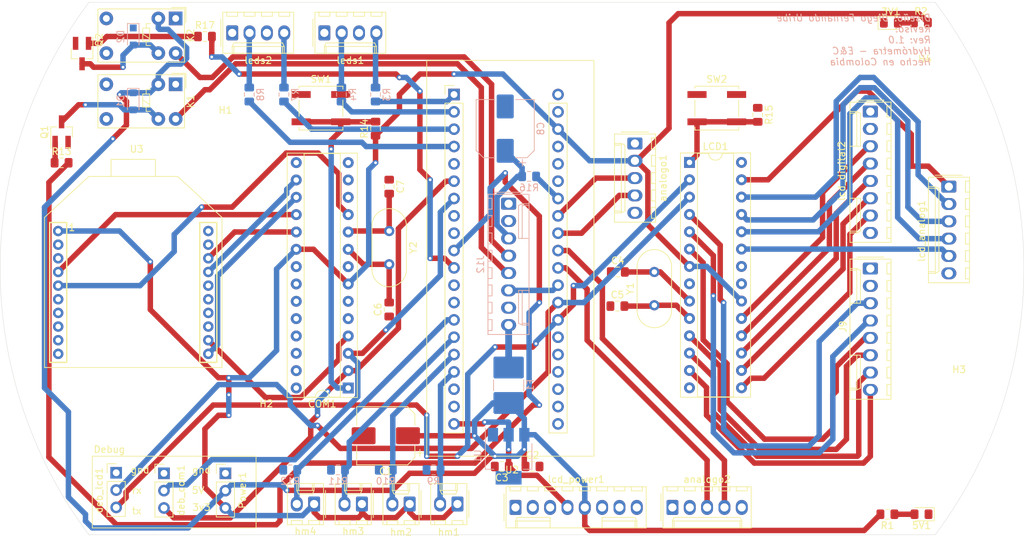
<source format=kicad_pcb>
(kicad_pcb (version 20171130) (host pcbnew 5.1.4)
  (title_block (title "Cabrilla - Ecoautos") (company "Universidad Nacional de Colombia") (comment 4 "Diego Fernando Uribe"))
  (layers (0 F.Cu signal) (31 B.Cu signal) (34 B.Paste user) (35 F.Paste user) (36 B.SilkS user) (37 F.SilkS user) (38 B.Mask user) (39 F.Mask user) (44 Edge.Cuts user))
  (net 0 "")
  (net 1 GND)
  (net 2 /led_m1)
  (net 3 /led_m2)
  (net 4 /led_m3)
  (net 5 /led_m4)
  (net 6 /hm_1)
  (net 7 /hm_2)
  (net 8 /hm_3)
  (net 9 /hm_4)
  (net 10 +5V)
  (net 11 +3V3)
  (net 12 "Net-(5V1-Pad2)")
  (net 13 "Net-(J9-Pad2)")
  (net 14 "Net-(J9-Pad1)")
  (net 15 /freno)
  (net 16 /reversa)
  (net 17 "Net-(COM1-Pad28)")
  (net 18 "Net-(COM1-Pad14)")
  (net 19 "Net-(COM1-Pad27)")
  (net 20 "Net-(COM1-Pad13)")
  (net 21 "Net-(COM1-Pad26)")
  (net 22 "Net-(COM1-Pad12)")
  (net 23 "Net-(COM1-Pad25)")
  (net 24 "Net-(COM1-Pad24)")
  (net 25 "Net-(COM1-Pad23)")
  (net 26 "Net-(COM1-Pad21)")
  (net 27 "Net-(COM1-Pad6)")
  (net 28 "Net-(COM1-Pad5)")
  (net 29 "Net-(COM1-Pad15)")
  (net 30 "Net-(COM1-Pad1)")
  (net 31 "Net-(LCD1-Pad28)")
  (net 32 "Net-(LCD1-Pad21)")
  (net 33 "Net-(LCD1-Pad1)")
  (net 34 "Net-(3V1-Pad2)")
  (net 35 "Net-(D1-Pad2)")
  (net 36 "Net-(U2-Pad35)")
  (net 37 "Net-(U2-Pad24)")
  (net 38 "Net-(U2-Pad22)")
  (net 39 "Net-(U2-Pad36)")
  (net 40 "Net-(U2-Pad37)")
  (net 41 "Net-(U2-Pad21)")
  (net 42 "Net-(U2-Pad23)")
  (net 43 "Net-(U2-Pad5)")
  (net 44 "Net-(U2-Pad18)")
  (net 45 "Net-(U2-Pad12)")
  (net 46 "Net-(U3-Pad6)")
  (net 47 "Net-(U3-Pad9)")
  (net 48 "Net-(U3-Pad3)")
  (net 49 "Net-(U3-Pad8)")
  (net 50 "Net-(U3-Pad13)")
  (net 51 "Net-(U3-Pad7)")
  (net 52 "Net-(U3-Pad2)")
  (net 53 "Net-(U3-Pad20)")
  (net 54 "Net-(U3-Pad19)")
  (net 55 "Net-(U3-Pad16)")
  (net 56 "Net-(U3-Pad15)")
  (net 57 "Net-(U3-Pad14)")
  (net 58 /analog_y)
  (net 59 /analog_x)
  (net 60 /reversa_signal)
  (net 61 /pwm_motor)
  (net 62 "Net-(Q1-Pad1)")
  (net 63 /LCD/osc_1)
  (net 64 /LCD/osc_2)
  (net 65 /Comunicaciones/osc_1)
  (net 66 /Comunicaciones/osc_2)
  (net 67 /Comunicaciones/SCK)
  (net 68 /Comunicaciones/MISO)
  (net 69 /Comunicaciones/MOSI)
  (net 70 /Comunicaciones/SS_lora)
  (net 71 "Net-(D2-Pad2)")
  (net 72 "Net-(Q2-Pad1)")
  (net 73 /freno_signal)
  (net 74 /Comunicaciones/tx_lora)
  (net 75 /Comunicaciones/rx_lora)
  (net 76 /LCD/rx_lcd)
  (net 77 /LCD/tx_lcd)
  (net 78 /analog_y2)
  (net 79 /analog_x2)
  (net 80 /LCD/RST)
  (net 81 /LCD/CS)
  (net 82 /LCD/RS)
  (net 83 /LCD/WR)
  (net 84 /LCD/RD)
  (net 85 "Net-(J12-Pad7)")
  (net 86 /corriente)
  (net 87 "Net-(U2-Pad25)")
  (net 88 "Net-(U2-Pad26)")
  (net 89 VCC)
  (net 90 "Net-(analogo1-Pad5)")
  (net 91 "Net-(analogo2-Pad5)")
  (net 92 "Net-(J12-Pad2)")
  (net 93 "Net-(lcd_analog1-Pad6)")
  (net 94 /Comunicaciones/DIO0)
  (net 95 /LCD/D7)
  (net 96 /LCD/D6)
  (net 97 /LCD/D5)
  (net 98 /LCD/D4)
  (net 99 /LCD/D3)
  (net 100 /LCD/D2)
  (net 101 /LCD/D0)
  (net 102 /LCD/SCK)
  (net 103 /LCD/DO)
  (net 104 /LCD/DI)
  (net 105 /LCD/SS)
  (net 106 /LCD/D1)
  (net 107 "Net-(lcd_digital2-Pad2)")
  (net 108 "Net-(lcd_digital2-Pad1)")
  (net 109 "Net-(lcd_power1-Pad8)")
  (net 110 "Net-(lcd_power1-Pad3)")
  (net 111 "Net-(lcd_power1-Pad2)")
  (net 112 "Net-(lcd_power1-Pad1)")
  (net 113 /Comunicaciones/RESET)
  (net 114 /raw_pwm)
  (net 115 "Net-(R3-Pad2)")
  (net 116 "Net-(R4-Pad2)")
  (net 117 "Net-(R7-Pad2)")
  (net 118 "Net-(R8-Pad2)")
  (net 119 "Net-(U2-Pad13)")
  (net 120 "Net-(U2-Pad9)")
  (net 121 "Net-(U2-Pad8)")
  (module Connector_Molex:Molex_KK-254_AE-6410-02A_1x02_P2.54mm_Vertical (layer F.Cu) (at 117 113.5 180)
    (fp_text reference hm3 (at 1.27 -4) (layer F.SilkS))
    (fp_text value hm_3)
    (pad 2 thru_hole oval (at 2.54 0 180) (size 1.74 2.2) (drill 1.2) (layers *.Cu *.Mask) (net 8 /hm_3))
    (pad 1 thru_hole roundrect (at 0 0 180) (size 1.74 2.2) (drill 1.2) (layers *.Cu *.Mask) (roundrect_rratio 0.143678) (net 11 +3V3))
  )
  (module Connector_Molex:Molex_KK-254_AE-6410-04A_1x04_P2.54mm_Vertical (layer F.Cu) (at 98 44.47)
    (fp_text reference leds2 (at 3.81 4.03) (layer F.SilkS))
    (fp_text value Conn_01x04)
    (pad 4 thru_hole oval (at 7.62 0) (size 1.74 2.2) (drill 1.2) (layers *.Cu *.Mask) (net 117 "Net-(R7-Pad2)"))
    (pad 3 thru_hole oval (at 5.08 0) (size 1.74 2.2) (drill 1.2) (layers *.Cu *.Mask) (net 1 GND))
    (pad 2 thru_hole oval (at 2.54 0) (size 1.74 2.2) (drill 1.2) (layers *.Cu *.Mask) (net 118 "Net-(R8-Pad2)"))
    (pad 1 thru_hole roundrect (at 0 0) (size 1.74 2.2) (drill 1.2) (layers *.Cu *.Mask) (roundrect_rratio 0.143678) (net 1 GND))
  )
  (module Connector_Molex:Molex_KK-254_AE-6410-04A_1x04_P2.54mm_Vertical (layer F.Cu) (at 111.5 44.47)
    (fp_text reference leds1 (at 3.81 4.03) (layer F.SilkS))
    (fp_text value Conn_01x04)
    (pad 4 thru_hole oval (at 7.62 0) (size 1.74 2.2) (drill 1.2) (layers *.Cu *.Mask) (net 115 "Net-(R3-Pad2)"))
    (pad 3 thru_hole oval (at 5.08 0) (size 1.74 2.2) (drill 1.2) (layers *.Cu *.Mask) (net 1 GND))
    (pad 2 thru_hole oval (at 2.54 0) (size 1.74 2.2) (drill 1.2) (layers *.Cu *.Mask) (net 116 "Net-(R4-Pad2)"))
    (pad 1 thru_hole roundrect (at 0 0) (size 1.74 2.2) (drill 1.2) (layers *.Cu *.Mask) (roundrect_rratio 0.143678) (net 1 GND))
  )
  (module Connector_Molex:Molex_KK-254_AE-6410-08A_1x08_P2.54mm_Vertical (layer F.Cu) (at 139.5 114)
    (fp_text reference lcd_power1 (at 8.89 -4.12) (layer F.SilkS))
    (fp_text value lcd_power)
    (pad 8 thru_hole oval (at 17.78 0) (size 1.74 2.2) (drill 1.2) (layers *.Cu *.Mask) (net 109 "Net-(lcd_power1-Pad8)"))
    (pad 7 thru_hole oval (at 15.24 0) (size 1.74 2.2) (drill 1.2) (layers *.Cu *.Mask) (net 1 GND))
    (pad 6 thru_hole oval (at 12.7 0) (size 1.74 2.2) (drill 1.2) (layers *.Cu *.Mask) (net 1 GND))
    (pad 5 thru_hole oval (at 10.16 0) (size 1.74 2.2) (drill 1.2) (layers *.Cu *.Mask) (net 10 +5V))
    (pad 4 thru_hole oval (at 7.62 0) (size 1.74 2.2) (drill 1.2) (layers *.Cu *.Mask) (net 11 +3V3))
    (pad 3 thru_hole oval (at 5.08 0) (size 1.74 2.2) (drill 1.2) (layers *.Cu *.Mask) (net 110 "Net-(lcd_power1-Pad3)"))
    (pad 2 thru_hole oval (at 2.54 0) (size 1.74 2.2) (drill 1.2) (layers *.Cu *.Mask) (net 111 "Net-(lcd_power1-Pad2)"))
    (pad 1 thru_hole roundrect (at 0 0) (size 1.74 2.2) (drill 1.2) (layers *.Cu *.Mask) (roundrect_rratio 0.143678) (net 112 "Net-(lcd_power1-Pad1)"))
  )
  (module Diode_SMD:D_SOD-323_HandSoldering (layer B.Cu) (at 83.5 45 270)
    (fp_text reference D2 (at 0 1.85 90) (layer B.SilkS) (effects (justify mirror)))
    (fp_text value 1N4148)
    (pad 2 smd rect (at 1.25 0 270) (size 1 1) (layers B.Cu B.Paste B.Mask) (net 71 "Net-(D2-Pad2)"))
    (pad 1 smd rect (at -1.25 0 270) (size 1 1) (layers B.Cu B.Paste B.Mask) (net 10 +5V))
  )
  (module Button_Switch_SMD:SW_Push_1P1T_NO_CK_KSC6xxJ (layer F.Cu) (at 169 55.5 180)
    (fp_text reference SW2 (at 0 4.24) (layer F.SilkS))
    (fp_text value SW_Push)
    (pad 2 smd rect (at 2.9 2 180) (size 2.8 1) (layers F.Cu F.Paste F.Mask) (net 1 GND))
    (pad 2 smd rect (at -2.9 2 180) (size 2.8 1) (layers F.Cu F.Paste F.Mask) (net 1 GND))
    (pad 1 smd rect (at 2.9 -2 180) (size 2.8 1) (layers F.Cu F.Paste F.Mask) (net 33 "Net-(LCD1-Pad1)"))
    (pad 1 smd rect (at -2.9 -2 180) (size 2.8 1) (layers F.Cu F.Paste F.Mask) (net 33 "Net-(LCD1-Pad1)"))
  )
  (module Button_Switch_SMD:SW_Push_1P1T_NO_CK_KSC6xxJ (layer F.Cu) (at 111 55.5 180)
    (fp_text reference SW1 (at 0 4.24) (layer F.SilkS))
    (fp_text value SW_Push)
    (pad 2 smd rect (at 2.9 2 180) (size 2.8 1) (layers F.Cu F.Paste F.Mask) (net 1 GND))
    (pad 2 smd rect (at -2.9 2 180) (size 2.8 1) (layers F.Cu F.Paste F.Mask) (net 1 GND))
    (pad 1 smd rect (at 2.9 -2 180) (size 2.8 1) (layers F.Cu F.Paste F.Mask) (net 30 "Net-(COM1-Pad1)"))
    (pad 1 smd rect (at -2.9 -2 180) (size 2.8 1) (layers F.Cu F.Paste F.Mask) (net 30 "Net-(COM1-Pad1)"))
  )
  (module Fuse:Fuse_2816_7142Metric_Pad3.20x4.45mm_HandSolder (layer B.Cu) (at 138.5 96.1 90)
    (fp_text reference F1 (at 0 3.18 270) (layer B.SilkS) (effects (justify mirror)))
    (fp_text value 1A)
    (pad 2 smd roundrect (at 2.6 0 90) (size 3.2 4.45) (layers B.Cu B.Paste B.Mask) (roundrect_rratio 0.078125) (net 89 VCC))
    (pad 1 smd roundrect (at -2.6 0 90) (size 3.2 4.45) (layers B.Cu B.Paste B.Mask) (roundrect_rratio 0.078125) (net 10 +5V))
  )
  (module Crystal:Crystal_HC49-4H_Vertical (layer F.Cu) (at 121 73.5 270)
    (fp_text reference Y2 (at 2.44 -3.525 90) (layer F.SilkS))
    (fp_text value LoRa)
    (pad 2 thru_hole circle (at 4.88 0 270) (size 1.5 1.5) (drill 0.8) (layers *.Cu *.Mask) (net 65 /Comunicaciones/osc_1))
    (pad 1 thru_hole circle (at 0 0 270) (size 1.5 1.5) (drill 0.8) (layers *.Cu *.Mask) (net 66 /Comunicaciones/osc_2))
  )
  (module Crystal:Crystal_HC49-4H_Vertical (layer F.Cu) (at 159.85 84.38 90)
    (fp_text reference Y1 (at 2.44 -3.525 90) (layer F.SilkS))
    (fp_text value lcd)
    (pad 2 thru_hole circle (at 4.88 0 90) (size 1.5 1.5) (drill 0.8) (layers *.Cu *.Mask) (net 63 /LCD/osc_1))
    (pad 1 thru_hole circle (at 0 0 90) (size 1.5 1.5) (drill 0.8) (layers *.Cu *.Mask) (net 64 /LCD/osc_2))
  )
  (module Capacitor_SMD:CP_Elec_8x10 (layer B.Cu) (at 138 58.5 90)
    (fp_text reference C8 (at 0 5.2 90) (layer B.SilkS) (effects (justify mirror)))
    (fp_text value 100uF)
    (pad 2 smd roundrect (at 3.25 0 90) (size 3.5 2.5) (layers B.Cu B.Paste B.Mask) (roundrect_rratio 0.1) (net 1 GND))
    (pad 1 smd roundrect (at -3.25 0 90) (size 3.5 2.5) (layers B.Cu B.Paste B.Mask) (roundrect_rratio 0.1) (net 61 /pwm_motor))
  )
  (module Capacitor_SMD:CP_Elec_8x10 (layer F.Cu) (at 120.5 103.5 180)
    (fp_text reference C1 (at 0 -5.2) (layer F.SilkS))
    (fp_text value 100uF)
    (pad 2 smd roundrect (at 3.25 0 180) (size 3.5 2.5) (layers F.Cu F.Paste F.Mask) (roundrect_rratio 0.1) (net 1 GND))
    (pad 1 smd roundrect (at -3.25 0 180) (size 3.5 2.5) (layers F.Cu F.Paste F.Mask) (roundrect_rratio 0.1) (net 10 +5V))
  )
  (module Connector_Molex:Molex_KK-254_AE-6410-08A_1x08_P2.54mm_Vertical (layer B.Cu) (at 138.5 69.5 270)
    (fp_text reference J12 (at 8.89 4.12 270) (layer B.SilkS) (effects (justify mirror)))
    (fp_text value inputs)
    (pad 8 thru_hole oval (at 17.78 0 270) (size 1.74 2.2) (drill 1.2) (layers *.Cu *.Mask) (net 89 VCC))
    (pad 7 thru_hole oval (at 15.24 0 270) (size 1.74 2.2) (drill 1.2) (layers *.Cu *.Mask) (net 85 "Net-(J12-Pad7)"))
    (pad 6 thru_hole oval (at 12.7 0 270) (size 1.74 2.2) (drill 1.2) (layers *.Cu *.Mask) (net 86 /corriente))
    (pad 5 thru_hole oval (at 10.16 0 270) (size 1.74 2.2) (drill 1.2) (layers *.Cu *.Mask) (net 16 /reversa))
    (pad 4 thru_hole oval (at 7.62 0 270) (size 1.74 2.2) (drill 1.2) (layers *.Cu *.Mask) (net 15 /freno))
    (pad 3 thru_hole oval (at 5.08 0 270) (size 1.74 2.2) (drill 1.2) (layers *.Cu *.Mask) (net 61 /pwm_motor))
    (pad 2 thru_hole oval (at 2.54 0 270) (size 1.74 2.2) (drill 1.2) (layers *.Cu *.Mask) (net 92 "Net-(J12-Pad2)"))
    (pad 1 thru_hole roundrect (at 0 0 270) (size 1.74 2.2) (drill 1.2) (layers *.Cu *.Mask) (roundrect_rratio 0.143678) (net 1 GND))
  )
  (module Connector_Molex:Molex_KK-254_AE-6410-05A_1x05_P2.54mm_Vertical (layer F.Cu) (at 162.5 114)
    (fp_text reference analogo2 (at 5.08 -4.12) (layer F.SilkS))
    (fp_text value Conn_analogo)
    (pad 1 thru_hole roundrect (at 0 0) (size 1.74 2.2) (drill 1.2) (layers *.Cu *.Mask) (roundrect_rratio 0.143678) (net 1 GND))
    (pad 2 thru_hole oval (at 2.54 0) (size 1.74 2.2) (drill 1.2) (layers *.Cu *.Mask) (net 11 +3V3))
    (pad 3 thru_hole oval (at 5.08 0) (size 1.74 2.2) (drill 1.2) (layers *.Cu *.Mask) (net 79 /analog_x2))
    (pad 4 thru_hole oval (at 7.62 0) (size 1.74 2.2) (drill 1.2) (layers *.Cu *.Mask) (net 78 /analog_y2))
    (pad 5 thru_hole oval (at 10.16 0) (size 1.74 2.2) (drill 1.2) (layers *.Cu *.Mask) (net 91 "Net-(analogo2-Pad5)"))
  )
  (module Diode_SMD:D_SOD-323_HandSoldering (layer B.Cu) (at 83.5 54.5 270)
    (fp_text reference D1 (at 0 1.85 90) (layer B.SilkS) (effects (justify mirror)))
    (fp_text value 1N4148)
    (pad 2 smd rect (at 1.25 0 270) (size 1 1) (layers B.Cu B.Paste B.Mask) (net 35 "Net-(D1-Pad2)"))
    (pad 1 smd rect (at -1.25 0 270) (size 1 1) (layers B.Cu B.Paste B.Mask) (net 10 +5V))
  )
  (module Resistor_SMD:R_0805_2012Metric_Pad1.15x1.40mm_HandSolder (layer F.Cu) (at 94 45)
    (fp_text reference R17 (at 0 -1.65 180) (layer F.SilkS))
    (fp_text value 10k)
    (pad 2 smd roundrect (at 1.025 0) (size 1.15 1.4) (layers F.Cu F.Paste F.Mask) (roundrect_rratio 0.217391) (net 73 /freno_signal))
    (pad 1 smd roundrect (at -1.025 0) (size 1.15 1.4) (layers F.Cu F.Paste F.Mask) (roundrect_rratio 0.217391) (net 72 "Net-(Q2-Pad1)"))
  )
  (module Package_TO_SOT_SMD:SOT-23_Handsoldering (layer F.Cu) (at 76 47.5 270)
    (fp_text reference Q2 (at -2 -2.5 90) (layer F.SilkS))
    (fp_text value Q_NPN_BEC)
    (pad 3 smd rect (at 1.5 0 270) (size 1.9 0.8) (layers F.Cu F.Paste F.Mask) (net 71 "Net-(D2-Pad2)"))
    (pad 2 smd rect (at -1.5 0.95 270) (size 1.9 0.8) (layers F.Cu F.Paste F.Mask) (net 1 GND))
    (pad 1 smd rect (at -1.5 -0.95 270) (size 1.9 0.8) (layers F.Cu F.Paste F.Mask) (net 72 "Net-(Q2-Pad1)"))
  )
  (module Relay_THT:Relay_SPDT_Omron_G5V-1 (layer F.Cu) (at 89.715 42.355 270)
    (fp_text reference K2 (at 2.5 -2.2 90) (layer F.SilkS))
    (fp_text value G5V-1)
    (pad 5 thru_hole circle (at 0 10.16 270) (size 2 2) (drill 1) (layers *.Cu *.Mask) (net 1 GND))
    (pad 6 thru_hole circle (at 5.08 10.16 270) (size 2 2) (drill 1) (layers *.Cu *.Mask) (net 1 GND))
    (pad 2 thru_hole circle (at 0 2.54 270) (size 2 2) (drill 1) (layers *.Cu *.Mask) (net 10 +5V))
    (pad 1 thru_hole rect (at 0 0 270) (size 2 2) (drill 1) (layers *.Cu *.Mask) (net 1 GND))
    (pad 9 thru_hole circle (at 5.08 2.54 270) (size 2 2) (drill 1) (layers *.Cu *.Mask) (net 71 "Net-(D2-Pad2)"))
    (pad 10 thru_hole circle (at 5.08 0 270) (size 2 2) (drill 1) (layers *.Cu *.Mask) (net 15 /freno))
  )
  (module Connector_PinHeader_2.54mm:PinHeader_1x03_P2.54mm_Vertical (layer F.Cu) (at 97 109)
    (fp_text reference Power1 (at 2.5 2.5 90) (layer F.SilkS))
    (fp_text value Conn_01x03)
    (pad 3 thru_hole oval (at 0 5.08) (size 1.7 1.7) (drill 1) (layers *.Cu *.Mask) (net 11 +3V3))
    (pad 2 thru_hole oval (at 0 2.54) (size 1.7 1.7) (drill 1) (layers *.Cu *.Mask) (net 10 +5V))
    (pad 1 thru_hole rect (at 0 0) (size 1.7 1.7) (drill 1) (layers *.Cu *.Mask) (net 1 GND))
  )
  (module Resistor_SMD:R_0805_2012Metric_Pad1.15x1.40mm_HandSolder (layer B.Cu) (at 141.5 65.5)
    (fp_text reference R16 (at 0 1.65) (layer B.SilkS) (effects (justify mirror)))
    (fp_text value 390)
    (pad 2 smd roundrect (at 1.025 0) (size 1.15 1.4) (layers B.Cu B.Paste B.Mask) (roundrect_rratio 0.217391) (net 114 /raw_pwm))
    (pad 1 smd roundrect (at -1.025 0) (size 1.15 1.4) (layers B.Cu B.Paste B.Mask) (roundrect_rratio 0.217391) (net 61 /pwm_motor))
  )
  (module Package_TO_SOT_SMD:SOT-23_Handsoldering (layer F.Cu) (at 73 59 90)
    (fp_text reference Q1 (at 0 -2.5 90) (layer F.SilkS))
    (fp_text value Q_NPN_BEC)
    (pad 3 smd rect (at 1.5 0 90) (size 1.9 0.8) (layers F.Cu F.Paste F.Mask) (net 35 "Net-(D1-Pad2)"))
    (pad 2 smd rect (at -1.5 0.95 90) (size 1.9 0.8) (layers F.Cu F.Paste F.Mask) (net 1 GND))
    (pad 1 smd rect (at -1.5 -0.95 90) (size 1.9 0.8) (layers F.Cu F.Paste F.Mask) (net 62 "Net-(Q1-Pad1)"))
  )
  (module Resistor_SMD:R_0805_2012Metric_Pad1.15x1.40mm_HandSolder (layer F.Cu) (at 198.91 42.955)
    (fp_text reference R2 (at 0 -1.65) (layer F.SilkS))
    (fp_text value 1k)
    (pad 2 smd roundrect (at 1.025 0) (size 1.15 1.4) (layers F.Cu F.Paste F.Mask) (roundrect_rratio 0.217391) (net 11 +3V3))
    (pad 1 smd roundrect (at -1.025 0) (size 1.15 1.4) (layers F.Cu F.Paste F.Mask) (roundrect_rratio 0.217391) (net 34 "Net-(3V1-Pad2)"))
  )
  (module Resistor_SMD:R_0805_2012Metric_Pad1.15x1.40mm_HandSolder (layer F.Cu) (at 194 115 180)
    (fp_text reference R1 (at 0 -1.65) (layer F.SilkS))
    (fp_text value 1k)
    (pad 2 smd roundrect (at 1.025 0 180) (size 1.15 1.4) (layers F.Cu F.Paste F.Mask) (roundrect_rratio 0.217391) (net 10 +5V))
    (pad 1 smd roundrect (at -1.025 0 180) (size 1.15 1.4) (layers F.Cu F.Paste F.Mask) (roundrect_rratio 0.217391) (net 12 "Net-(5V1-Pad2)"))
  )
  (module Capacitor_SMD:C_0805_2012Metric_Pad1.15x1.40mm_HandSolder (layer F.Cu) (at 121 67 270)
    (fp_text reference C7 (at 0 -1.65 90) (layer F.SilkS))
    (fp_text value 22pF)
    (pad 2 smd roundrect (at 1.025 0 270) (size 1.15 1.4) (layers F.Cu F.Paste F.Mask) (roundrect_rratio 0.217391) (net 66 /Comunicaciones/osc_2))
    (pad 1 smd roundrect (at -1.025 0 270) (size 1.15 1.4) (layers F.Cu F.Paste F.Mask) (roundrect_rratio 0.217391) (net 1 GND))
  )
  (module Capacitor_SMD:C_0805_2012Metric_Pad1.15x1.40mm_HandSolder (layer F.Cu) (at 121 85 90)
    (fp_text reference C6 (at 0 -1.65 90) (layer F.SilkS))
    (fp_text value 22pF)
    (pad 2 smd roundrect (at 1.025 0 90) (size 1.15 1.4) (layers F.Cu F.Paste F.Mask) (roundrect_rratio 0.217391) (net 65 /Comunicaciones/osc_1))
    (pad 1 smd roundrect (at -1.025 0 90) (size 1.15 1.4) (layers F.Cu F.Paste F.Mask) (roundrect_rratio 0.217391) (net 1 GND))
  )
  (module Capacitor_SMD:C_0805_2012Metric_Pad1.15x1.40mm_HandSolder (layer F.Cu) (at 154.4375 84.5)
    (fp_text reference C5 (at 0 -1.65) (layer F.SilkS))
    (fp_text value 22pF)
    (pad 2 smd roundrect (at 1.025 0) (size 1.15 1.4) (layers F.Cu F.Paste F.Mask) (roundrect_rratio 0.217391) (net 64 /LCD/osc_2))
    (pad 1 smd roundrect (at -1.025 0) (size 1.15 1.4) (layers F.Cu F.Paste F.Mask) (roundrect_rratio 0.217391) (net 1 GND))
  )
  (module Capacitor_SMD:C_0805_2012Metric_Pad1.15x1.40mm_HandSolder (layer F.Cu) (at 154.5 79.5)
    (fp_text reference C4 (at 0 -1.65) (layer F.SilkS))
    (fp_text value 22pF)
    (pad 2 smd roundrect (at 1.025 0) (size 1.15 1.4) (layers F.Cu F.Paste F.Mask) (roundrect_rratio 0.217391) (net 63 /LCD/osc_1))
    (pad 1 smd roundrect (at -1.025 0) (size 1.15 1.4) (layers F.Cu F.Paste F.Mask) (roundrect_rratio 0.217391) (net 1 GND))
  )
  (module Capacitor_SMD:C_0805_2012Metric_Pad1.15x1.40mm_HandSolder (layer F.Cu) (at 137.5 108 180)
    (fp_text reference C3 (at 0 -1.65) (layer F.SilkS))
    (fp_text value 1uF)
    (pad 2 smd roundrect (at 1.025 0 180) (size 1.15 1.4) (layers F.Cu F.Paste F.Mask) (roundrect_rratio 0.217391) (net 1 GND))
    (pad 1 smd roundrect (at -1.025 0 180) (size 1.15 1.4) (layers F.Cu F.Paste F.Mask) (roundrect_rratio 0.217391) (net 11 +3V3))
  )
  (module Capacitor_SMD:C_0805_2012Metric_Pad1.15x1.40mm_HandSolder (layer F.Cu) (at 142 108)
    (fp_text reference C2 (at 0 -1.65) (layer F.SilkS))
    (fp_text value 1uF)
    (pad 2 smd roundrect (at 1.025 0) (size 1.15 1.4) (layers F.Cu F.Paste F.Mask) (roundrect_rratio 0.217391) (net 1 GND))
    (pad 1 smd roundrect (at -1.025 0) (size 1.15 1.4) (layers F.Cu F.Paste F.Mask) (roundrect_rratio 0.217391) (net 10 +5V))
  )
  (module LED_SMD:LED_0805_2012Metric_Pad1.15x1.40mm_HandSolder (layer F.Cu) (at 199 115 180)
    (fp_text reference 5V1 (at 0 -1.65) (layer F.SilkS))
    (fp_text value LED)
    (pad 2 smd roundrect (at 1.025 0 180) (size 1.15 1.4) (layers F.Cu F.Paste F.Mask) (roundrect_rratio 0.217391) (net 12 "Net-(5V1-Pad2)"))
    (pad 1 smd roundrect (at -1.025 0 180) (size 1.15 1.4) (layers F.Cu F.Paste F.Mask) (roundrect_rratio 0.217391) (net 1 GND))
  )
  (module LED_SMD:LED_0805_2012Metric_Pad1.15x1.40mm_HandSolder (layer F.Cu) (at 194.5 43)
    (fp_text reference 3V1 (at 0 -1.65) (layer F.SilkS))
    (fp_text value LED)
    (pad 2 smd roundrect (at 1.025 0) (size 1.15 1.4) (layers F.Cu F.Paste F.Mask) (roundrect_rratio 0.217391) (net 34 "Net-(3V1-Pad2)"))
    (pad 1 smd roundrect (at -1.025 0) (size 1.15 1.4) (layers F.Cu F.Paste F.Mask) (roundrect_rratio 0.217391) (net 1 GND))
  )
  (module Resistor_SMD:R_0805_2012Metric_Pad1.15x1.40mm_HandSolder (layer F.Cu) (at 175 56.475 270)
    (fp_text reference R15 (at 0 -1.65 90) (layer F.SilkS))
    (fp_text value 10k)
    (pad 2 smd roundrect (at 1.025 0 270) (size 1.15 1.4) (layers F.Cu F.Paste F.Mask) (roundrect_rratio 0.217391) (net 33 "Net-(LCD1-Pad1)"))
    (pad 1 smd roundrect (at -1.025 0 270) (size 1.15 1.4) (layers F.Cu F.Paste F.Mask) (roundrect_rratio 0.217391) (net 11 +3V3))
  )
  (module Resistor_SMD:R_0805_2012Metric_Pad1.15x1.40mm_HandSolder (layer F.Cu) (at 119 58.5 90)
    (fp_text reference R14 (at 0 -1.65 90) (layer F.SilkS))
    (fp_text value 10k)
    (pad 2 smd roundrect (at 1.025 0 90) (size 1.15 1.4) (layers F.Cu F.Paste F.Mask) (roundrect_rratio 0.217391) (net 30 "Net-(COM1-Pad1)"))
    (pad 1 smd roundrect (at -1.025 0 90) (size 1.15 1.4) (layers F.Cu F.Paste F.Mask) (roundrect_rratio 0.217391) (net 11 +3V3))
  )
  (module Connector_Molex:Molex_KK-254_AE-6410-05A_1x05_P2.54mm_Vertical (layer F.Cu) (at 157 60.67 270)
    (fp_text reference analogo1 (at 5.08 -4.12 90) (layer F.SilkS))
    (fp_text value Conn_analogo)
    (pad 5 thru_hole oval (at 10.16 0 270) (size 1.74 2.2) (drill 1.2) (layers *.Cu *.Mask) (net 90 "Net-(analogo1-Pad5)"))
    (pad 4 thru_hole oval (at 7.62 0 270) (size 1.74 2.2) (drill 1.2) (layers *.Cu *.Mask) (net 59 /analog_x))
    (pad 3 thru_hole oval (at 5.08 0 270) (size 1.74 2.2) (drill 1.2) (layers *.Cu *.Mask) (net 58 /analog_y))
    (pad 2 thru_hole oval (at 2.54 0 270) (size 1.74 2.2) (drill 1.2) (layers *.Cu *.Mask) (net 11 +3V3))
    (pad 1 thru_hole roundrect (at 0 0 270) (size 1.74 2.2) (drill 1.2) (layers *.Cu *.Mask) (roundrect_rratio 0.143678) (net 1 GND))
  )
  (module Resistor_SMD:R_0805_2012Metric_Pad1.15x1.40mm_HandSolder (layer F.Cu) (at 73 63.5)
    (fp_text reference R13 (at 0 -1.65 180) (layer F.SilkS))
    (fp_text value 10k)
    (pad 2 smd roundrect (at 1.025 0) (size 1.15 1.4) (layers F.Cu F.Paste F.Mask) (roundrect_rratio 0.217391) (net 60 /reversa_signal))
    (pad 1 smd roundrect (at -1.025 0) (size 1.15 1.4) (layers F.Cu F.Paste F.Mask) (roundrect_rratio 0.217391) (net 62 "Net-(Q1-Pad1)"))
  )
  (module Relay_THT:Relay_SPDT_Omron_G5V-1 (layer F.Cu) (at 89.715 52 270)
    (fp_text reference K1 (at 2.5 -2.2 90) (layer F.SilkS))
    (fp_text value G5V-1)
    (pad 5 thru_hole circle (at 0 10.16 270) (size 2 2) (drill 1) (layers *.Cu *.Mask) (net 1 GND))
    (pad 6 thru_hole circle (at 5.08 10.16 270) (size 2 2) (drill 1) (layers *.Cu *.Mask) (net 1 GND))
    (pad 2 thru_hole circle (at 0 2.54 270) (size 2 2) (drill 1) (layers *.Cu *.Mask) (net 10 +5V))
    (pad 1 thru_hole rect (at 0 0 270) (size 2 2) (drill 1) (layers *.Cu *.Mask) (net 1 GND))
    (pad 9 thru_hole circle (at 5.08 2.54 270) (size 2 2) (drill 1) (layers *.Cu *.Mask) (net 35 "Net-(D1-Pad2)"))
    (pad 10 thru_hole circle (at 5.08 0 270) (size 2 2) (drill 1) (layers *.Cu *.Mask) (net 16 /reversa))
  )
  (module elementos:STM32 (layer F.Cu) (at 130.5 53.5)
    (fp_text reference U2 (at 8.5 55) (layer F.SilkS))
    (fp_text value STM32)
    (pad 35 thru_hole oval (at 15.24 12.7) (size 1.7 1.7) (drill 1) (layers *.Cu *.Mask) (net 36 "Net-(U2-Pad35)"))
    (pad 34 thru_hole oval (at 15.24 15.24) (size 1.7 1.7) (drill 1) (layers *.Cu *.Mask) (net 114 /raw_pwm))
    (pad 25 thru_hole oval (at 15.24 38.1) (size 1.7 1.7) (drill 1) (layers *.Cu *.Mask) (net 87 "Net-(U2-Pad25)"))
    (pad 24 thru_hole oval (at 15.24 40.64) (size 1.7 1.7) (drill 1) (layers *.Cu *.Mask) (net 37 "Net-(U2-Pad24)"))
    (pad 22 thru_hole oval (at 15.24 45.72) (size 1.7 1.7) (drill 1) (layers *.Cu *.Mask) (net 38 "Net-(U2-Pad22)"))
    (pad 28 thru_hole oval (at 15.24 30.48) (size 1.7 1.7) (drill 1) (layers *.Cu *.Mask) (net 77 /LCD/tx_lcd))
    (pad 31 thru_hole oval (at 15.24 22.86) (size 1.7 1.7) (drill 1) (layers *.Cu *.Mask) (net 78 /analog_y2))
    (pad 36 thru_hole oval (at 15.24 10.16) (size 1.7 1.7) (drill 1) (layers *.Cu *.Mask) (net 39 "Net-(U2-Pad36)"))
    (pad 37 thru_hole oval (at 15.24 7.62) (size 1.7 1.7) (drill 1) (layers *.Cu *.Mask) (net 40 "Net-(U2-Pad37)"))
    (pad 30 thru_hole oval (at 15.24 25.4) (size 1.7 1.7) (drill 1) (layers *.Cu *.Mask) (net 79 /analog_x2))
    (pad 38 thru_hole oval (at 15.24 5.08) (size 1.7 1.7) (drill 1) (layers *.Cu *.Mask) (net 11 +3V3))
    (pad 39 thru_hole oval (at 15.24 2.54) (size 1.7 1.7) (drill 1) (layers *.Cu *.Mask) (net 1 GND))
    (pad 21 thru_hole oval (at 15.24 48.26) (size 1.7 1.7) (drill 1) (layers *.Cu *.Mask) (net 41 "Net-(U2-Pad21)"))
    (pad 26 thru_hole oval (at 15.24 35.56) (size 1.7 1.7) (drill 1) (layers *.Cu *.Mask) (net 88 "Net-(U2-Pad26)"))
    (pad 40 thru_hole circle (at 15.24 0) (size 1.7 1.7) (drill 1) (layers *.Cu *.Mask) (net 1 GND))
    (pad 23 thru_hole oval (at 15.24 43.18) (size 1.7 1.7) (drill 1) (layers *.Cu *.Mask) (net 42 "Net-(U2-Pad23)"))
    (pad 27 thru_hole oval (at 15.24 33.02) (size 1.7 1.7) (drill 1) (layers *.Cu *.Mask) (net 76 /LCD/rx_lcd))
    (pad 29 thru_hole oval (at 15.24 27.94) (size 1.7 1.7) (drill 1) (layers *.Cu *.Mask) (net 86 /corriente))
    (pad 32 thru_hole oval (at 15.24 20.32) (size 1.7 1.7) (drill 1) (layers *.Cu *.Mask) (net 59 /analog_x))
    (pad 33 thru_hole oval (at 15.24 17.78) (size 1.7 1.7) (drill 1) (layers *.Cu *.Mask) (net 58 /analog_y))
    (pad 6 thru_hole oval (at 0 12.7) (size 1.7 1.7) (drill 1) (layers *.Cu *.Mask) (net 75 /Comunicaciones/rx_lora))
    (pad 7 thru_hole oval (at 0 15.24) (size 1.7 1.7) (drill 1) (layers *.Cu *.Mask) (net 74 /Comunicaciones/tx_lora))
    (pad 16 thru_hole oval (at 0 38.1) (size 1.7 1.7) (drill 1) (layers *.Cu *.Mask) (net 7 /hm_2))
    (pad 17 thru_hole oval (at 0 40.64) (size 1.7 1.7) (drill 1) (layers *.Cu *.Mask) (net 6 /hm_1))
    (pad 19 thru_hole oval (at 0 45.72) (size 1.7 1.7) (drill 1) (layers *.Cu *.Mask) (net 1 GND))
    (pad 13 thru_hole oval (at 0 30.48) (size 1.7 1.7) (drill 1) (layers *.Cu *.Mask) (net 119 "Net-(U2-Pad13)"))
    (pad 10 thru_hole oval (at 0 22.86) (size 1.7 1.7) (drill 1) (layers *.Cu *.Mask) (net 60 /reversa_signal))
    (pad 5 thru_hole oval (at 0 10.16) (size 1.7 1.7) (drill 1) (layers *.Cu *.Mask) (net 43 "Net-(U2-Pad5)"))
    (pad 4 thru_hole oval (at 0 7.62) (size 1.7 1.7) (drill 1) (layers *.Cu *.Mask) (net 5 /led_m4))
    (pad 11 thru_hole oval (at 0 25.4) (size 1.7 1.7) (drill 1) (layers *.Cu *.Mask) (net 73 /freno_signal))
    (pad 3 thru_hole oval (at 0 5.08) (size 1.7 1.7) (drill 1) (layers *.Cu *.Mask) (net 4 /led_m3))
    (pad 2 thru_hole oval (at 0 2.54) (size 1.7 1.7) (drill 1) (layers *.Cu *.Mask) (net 3 /led_m2))
    (pad 20 thru_hole oval (at 0 48.26) (size 1.7 1.7) (drill 1) (layers *.Cu *.Mask) (net 11 +3V3))
    (pad 15 thru_hole oval (at 0 35.56) (size 1.7 1.7) (drill 1) (layers *.Cu *.Mask) (net 8 /hm_3))
    (pad 1 thru_hole rect (at 0 0) (size 1.7 1.7) (drill 1) (layers *.Cu *.Mask) (net 2 /led_m1))
    (pad 18 thru_hole oval (at 0 43.18) (size 1.7 1.7) (drill 1) (layers *.Cu *.Mask) (net 44 "Net-(U2-Pad18)"))
    (pad 14 thru_hole oval (at 0 33.02) (size 1.7 1.7) (drill 1) (layers *.Cu *.Mask) (net 9 /hm_4))
    (pad 12 thru_hole oval (at 0 27.94) (size 1.7 1.7) (drill 1) (layers *.Cu *.Mask) (net 45 "Net-(U2-Pad12)"))
    (pad 9 thru_hole oval (at 0 20.32) (size 1.7 1.7) (drill 1) (layers *.Cu *.Mask) (net 120 "Net-(U2-Pad9)"))
    (pad 8 thru_hole oval (at 0 17.78) (size 1.7 1.7) (drill 1) (layers *.Cu *.Mask) (net 121 "Net-(U2-Pad8)"))
  )
  (module elementos:lorabee (layer F.Cu) (at 72.5 73.5)
    (fp_text reference U3 (at 11.5 -12) (layer F.SilkS))
    (fp_text value lorabee)
    (fp_text user 1 (at 2.0084 -0.50796) (layer F.SilkS) (effects (font (size 1.016 1.016) (thickness 0.1524))))
    (pad 6 thru_hole circle (at 0.0018 10.00002) (size 1.524 1.524) (drill 0.79756) (layers *.Cu *.Mask) (net 46 "Net-(U3-Pad6)"))
    (pad 9 thru_hole circle (at 0.0018 16.00204) (size 1.524 1.524) (drill 0.79756) (layers *.Cu *.Mask) (net 47 "Net-(U3-Pad9)"))
    (pad 3 thru_hole circle (at 0.0018 4.00054) (size 1.524 1.524) (drill 0.79756) (layers *.Cu *.Mask) (net 48 "Net-(U3-Pad3)"))
    (pad 8 thru_hole circle (at 0.0018 14.00052) (size 1.524 1.524) (drill 0.79756) (layers *.Cu *.Mask) (net 49 "Net-(U3-Pad8)"))
    (pad 4 thru_hole circle (at 0.0018 6.00206) (size 1.524 1.524) (drill 0.79756) (layers *.Cu *.Mask) (net 68 /Comunicaciones/MISO))
    (pad 13 thru_hole circle (at 21.9982 14.00052) (size 1.524 1.524) (drill 0.79756) (layers *.Cu *.Mask) (net 50 "Net-(U3-Pad13)"))
    (pad 10 thru_hole circle (at 0.0018 18.00102) (size 1.524 1.524) (drill 0.79756) (layers *.Cu *.Mask) (net 1 GND))
    (pad 7 thru_hole circle (at 0.0018 12.00154) (size 1.524 1.524) (drill 0.79756) (layers *.Cu *.Mask) (net 51 "Net-(U3-Pad7)"))
    (pad 11 thru_hole circle (at 21.9982 18.00102) (size 1.524 1.524) (drill 0.79756) (layers *.Cu *.Mask) (net 69 /Comunicaciones/MOSI))
    (pad 12 thru_hole circle (at 21.9982 16.00204) (size 1.524 1.524) (drill 0.79756) (layers *.Cu *.Mask) (net 94 /Comunicaciones/DIO0))
    (pad 2 thru_hole circle (at 0.0018 2.00156) (size 1.524 1.524) (drill 0.79756) (layers *.Cu *.Mask) (net 52 "Net-(U3-Pad2)"))
    (pad 1 thru_hole circle (at 0.0018 0.00004) (size 1.524 1.524) (drill 0.79756) (layers *.Cu *.Mask) (net 11 +3V3))
    (pad 20 thru_hole circle (at 21.9982 0.00004) (size 1.524 1.524) (drill 0.79756) (layers *.Cu *.Mask) (net 53 "Net-(U3-Pad20)"))
    (pad 19 thru_hole circle (at 21.9982 2.00156) (size 1.524 1.524) (drill 0.79756) (layers *.Cu *.Mask) (net 54 "Net-(U3-Pad19)"))
    (pad 5 thru_hole circle (at 0.0018 8.00104) (size 1.524 1.524) (drill 0.79756) (layers *.Cu *.Mask) (net 113 /Comunicaciones/RESET))
    (pad 18 thru_hole circle (at 21.9982 4.00054) (size 1.524 1.524) (drill 0.79756) (layers *.Cu *.Mask) (net 67 /Comunicaciones/SCK))
    (pad 17 thru_hole circle (at 21.9982 6.00206) (size 1.524 1.524) (drill 0.79756) (layers *.Cu *.Mask) (net 70 /Comunicaciones/SS_lora))
    (pad 16 thru_hole circle (at 21.9982 8.00104) (size 1.524 1.524) (drill 0.79756) (layers *.Cu *.Mask) (net 55 "Net-(U3-Pad16)"))
    (pad 15 thru_hole circle (at 21.9982 10.00002) (size 1.524 1.524) (drill 0.79756) (layers *.Cu *.Mask) (net 56 "Net-(U3-Pad15)"))
    (pad 14 thru_hole circle (at 21.9982 12.00154) (size 1.524 1.524) (drill 0.79756) (layers *.Cu *.Mask) (net 57 "Net-(U3-Pad14)"))
  )
  (module Connector_Molex:Molex_KK-254_AE-6410-08A_1x08_P2.54mm_Vertical (layer F.Cu) (at 191.5 79 270)
    (fp_text reference J9 (at 8.5 4 90) (layer F.SilkS))
    (fp_text value lcd_digital1)
    (pad 8 thru_hole oval (at 17.78 0 270) (size 1.74 2.2) (drill 1.2) (layers *.Cu *.Mask) (net 95 /LCD/D7))
    (pad 7 thru_hole oval (at 15.24 0 270) (size 1.74 2.2) (drill 1.2) (layers *.Cu *.Mask) (net 96 /LCD/D6))
    (pad 6 thru_hole oval (at 12.7 0 270) (size 1.74 2.2) (drill 1.2) (layers *.Cu *.Mask) (net 97 /LCD/D5))
    (pad 5 thru_hole oval (at 10.16 0 270) (size 1.74 2.2) (drill 1.2) (layers *.Cu *.Mask) (net 98 /LCD/D4))
    (pad 4 thru_hole oval (at 7.62 0 270) (size 1.74 2.2) (drill 1.2) (layers *.Cu *.Mask) (net 99 /LCD/D3))
    (pad 3 thru_hole oval (at 5.08 0 270) (size 1.74 2.2) (drill 1.2) (layers *.Cu *.Mask) (net 100 /LCD/D2))
    (pad 2 thru_hole oval (at 2.54 0 270) (size 1.74 2.2) (drill 1.2) (layers *.Cu *.Mask) (net 13 "Net-(J9-Pad2)"))
    (pad 1 thru_hole roundrect (at 0 0 270) (size 1.74 2.2) (drill 1.2) (layers *.Cu *.Mask) (roundrect_rratio 0.143678) (net 14 "Net-(J9-Pad1)"))
  )
  (module Connector_Molex:Molex_KK-254_AE-6410-06A_1x06_P2.54mm_Vertical (layer F.Cu) (at 203 67 270)
    (fp_text reference lcd_analog1 (at 6.5 4 90) (layer F.SilkS))
    (fp_text value Conn_01x06)
    (pad 6 thru_hole oval (at 12.7 0 270) (size 1.74 2.2) (drill 1.2) (layers *.Cu *.Mask) (net 93 "Net-(lcd_analog1-Pad6)"))
    (pad 5 thru_hole oval (at 10.16 0 270) (size 1.74 2.2) (drill 1.2) (layers *.Cu *.Mask) (net 84 /LCD/RD))
    (pad 4 thru_hole oval (at 7.62 0 270) (size 1.74 2.2) (drill 1.2) (layers *.Cu *.Mask) (net 83 /LCD/WR))
    (pad 3 thru_hole oval (at 5.08 0 270) (size 1.74 2.2) (drill 1.2) (layers *.Cu *.Mask) (net 82 /LCD/RS))
    (pad 2 thru_hole oval (at 2.54 0 270) (size 1.74 2.2) (drill 1.2) (layers *.Cu *.Mask) (net 81 /LCD/CS))
    (pad 1 thru_hole roundrect (at 0 0 270) (size 1.74 2.2) (drill 1.2) (layers *.Cu *.Mask) (roundrect_rratio 0.143678) (net 80 /LCD/RST))
  )
  (module Connector_Molex:Molex_KK-254_AE-6410-08A_1x08_P2.54mm_Vertical (layer F.Cu) (at 191.5 56 270)
    (fp_text reference lcd_digital2 (at 8.704999 4.204999 90) (layer F.SilkS))
    (fp_text value Conn_01x08)
    (pad 8 thru_hole oval (at 17.78 0 270) (size 1.74 2.2) (drill 1.2) (layers *.Cu *.Mask) (net 101 /LCD/D0))
    (pad 7 thru_hole oval (at 15.24 0 270) (size 1.74 2.2) (drill 1.2) (layers *.Cu *.Mask) (net 106 /LCD/D1))
    (pad 6 thru_hole oval (at 12.7 0 270) (size 1.74 2.2) (drill 1.2) (layers *.Cu *.Mask) (net 105 /LCD/SS))
    (pad 5 thru_hole oval (at 10.16 0 270) (size 1.74 2.2) (drill 1.2) (layers *.Cu *.Mask) (net 104 /LCD/DI))
    (pad 4 thru_hole oval (at 7.62 0 270) (size 1.74 2.2) (drill 1.2) (layers *.Cu *.Mask) (net 103 /LCD/DO))
    (pad 3 thru_hole oval (at 5.08 0 270) (size 1.74 2.2) (drill 1.2) (layers *.Cu *.Mask) (net 102 /LCD/SCK))
    (pad 2 thru_hole oval (at 2.54 0 270) (size 1.74 2.2) (drill 1.2) (layers *.Cu *.Mask) (net 107 "Net-(lcd_digital2-Pad2)"))
    (pad 1 thru_hole roundrect (at 0 0 270) (size 1.74 2.2) (drill 1.2) (layers *.Cu *.Mask) (roundrect_rratio 0.143678) (net 108 "Net-(lcd_digital2-Pad1)"))
  )
  (module Package_TO_SOT_SMD:SOT-223 (layer B.Cu) (at 138.5 106.5 270)
    (fp_text reference U1 (at 0 4.5 90) (layer B.SilkS) (effects (justify mirror)))
    (fp_text value AZ1117-3.3)
    (pad 1 smd rect (at -3.15 2.3 270) (size 2 1.5) (layers B.Cu B.Paste B.Mask) (net 1 GND))
    (pad 3 smd rect (at -3.15 -2.3 270) (size 2 1.5) (layers B.Cu B.Paste B.Mask) (net 10 +5V))
    (pad 2 smd rect (at -3.15 0 270) (size 2 1.5) (layers B.Cu B.Paste B.Mask) (net 11 +3V3))
    (pad 4 smd rect (at 3.15 0 270) (size 2 3.8) (layers B.Cu B.Paste B.Mask))
  )
  (module Package_DIP:DIP-28_W7.62mm_Socket (layer F.Cu) (at 165 63.45)
    (fp_text reference LCD1 (at 3.81 -2.33) (layer F.SilkS))
    (fp_text value LCD)
    (pad 28 thru_hole oval (at 7.62 0) (size 1.6 1.6) (drill 0.8) (layers *.Cu *.Mask) (net 31 "Net-(LCD1-Pad28)"))
    (pad 14 thru_hole oval (at 0 33.02) (size 1.6 1.6) (drill 0.8) (layers *.Cu *.Mask) (net 101 /LCD/D0))
    (pad 27 thru_hole oval (at 7.62 2.54) (size 1.6 1.6) (drill 0.8) (layers *.Cu *.Mask) (net 80 /LCD/RST))
    (pad 13 thru_hole oval (at 0 30.48) (size 1.6 1.6) (drill 0.8) (layers *.Cu *.Mask) (net 95 /LCD/D7))
    (pad 26 thru_hole oval (at 7.62 5.08) (size 1.6 1.6) (drill 0.8) (layers *.Cu *.Mask) (net 81 /LCD/CS))
    (pad 12 thru_hole oval (at 0 27.94) (size 1.6 1.6) (drill 0.8) (layers *.Cu *.Mask) (net 96 /LCD/D6))
    (pad 25 thru_hole oval (at 7.62 7.62) (size 1.6 1.6) (drill 0.8) (layers *.Cu *.Mask) (net 82 /LCD/RS))
    (pad 11 thru_hole oval (at 0 25.4) (size 1.6 1.6) (drill 0.8) (layers *.Cu *.Mask) (net 97 /LCD/D5))
    (pad 24 thru_hole oval (at 7.62 10.16) (size 1.6 1.6) (drill 0.8) (layers *.Cu *.Mask) (net 83 /LCD/WR))
    (pad 10 thru_hole oval (at 0 22.86) (size 1.6 1.6) (drill 0.8) (layers *.Cu *.Mask) (net 64 /LCD/osc_2))
    (pad 23 thru_hole oval (at 7.62 12.7) (size 1.6 1.6) (drill 0.8) (layers *.Cu *.Mask) (net 84 /LCD/RD))
    (pad 9 thru_hole oval (at 0 20.32) (size 1.6 1.6) (drill 0.8) (layers *.Cu *.Mask) (net 63 /LCD/osc_1))
    (pad 22 thru_hole oval (at 7.62 15.24) (size 1.6 1.6) (drill 0.8) (layers *.Cu *.Mask) (net 1 GND))
    (pad 8 thru_hole oval (at 0 17.78) (size 1.6 1.6) (drill 0.8) (layers *.Cu *.Mask) (net 1 GND))
    (pad 21 thru_hole oval (at 7.62 17.78) (size 1.6 1.6) (drill 0.8) (layers *.Cu *.Mask) (net 32 "Net-(LCD1-Pad21)"))
    (pad 7 thru_hole oval (at 0 15.24) (size 1.6 1.6) (drill 0.8) (layers *.Cu *.Mask) (net 11 +3V3))
    (pad 20 thru_hole oval (at 7.62 20.32) (size 1.6 1.6) (drill 0.8) (layers *.Cu *.Mask) (net 11 +3V3))
    (pad 6 thru_hole oval (at 0 12.7) (size 1.6 1.6) (drill 0.8) (layers *.Cu *.Mask) (net 98 /LCD/D4))
    (pad 19 thru_hole oval (at 7.62 22.86) (size 1.6 1.6) (drill 0.8) (layers *.Cu *.Mask) (net 102 /LCD/SCK))
    (pad 5 thru_hole oval (at 0 10.16) (size 1.6 1.6) (drill 0.8) (layers *.Cu *.Mask) (net 99 /LCD/D3))
    (pad 18 thru_hole oval (at 7.62 25.4) (size 1.6 1.6) (drill 0.8) (layers *.Cu *.Mask) (net 103 /LCD/DO))
    (pad 4 thru_hole oval (at 0 7.62) (size 1.6 1.6) (drill 0.8) (layers *.Cu *.Mask) (net 100 /LCD/D2))
    (pad 17 thru_hole oval (at 7.62 27.94) (size 1.6 1.6) (drill 0.8) (layers *.Cu *.Mask) (net 104 /LCD/DI))
    (pad 3 thru_hole oval (at 0 5.08) (size 1.6 1.6) (drill 0.8) (layers *.Cu *.Mask) (net 77 /LCD/tx_lcd))
    (pad 16 thru_hole oval (at 7.62 30.48) (size 1.6 1.6) (drill 0.8) (layers *.Cu *.Mask) (net 105 /LCD/SS))
    (pad 2 thru_hole oval (at 0 2.54) (size 1.6 1.6) (drill 0.8) (layers *.Cu *.Mask) (net 76 /LCD/rx_lcd))
    (pad 15 thru_hole oval (at 7.62 33.02) (size 1.6 1.6) (drill 0.8) (layers *.Cu *.Mask) (net 106 /LCD/D1))
    (pad 1 thru_hole rect (at 0 0) (size 1.6 1.6) (drill 0.8) (layers *.Cu *.Mask) (net 33 "Net-(LCD1-Pad1)"))
  )
  (module Connector_PinHeader_2.54mm:PinHeader_1x03_P2.54mm_Vertical (layer F.Cu) (at 81 108.92)
    (fp_text reference deb_lcd1 (at -2.5 2.58 90) (layer F.SilkS))
    (fp_text value UART_LCD)
    (pad 3 thru_hole oval (at 0 5.08) (size 1.7 1.7) (drill 1) (layers *.Cu *.Mask) (net 76 /LCD/rx_lcd))
    (pad 2 thru_hole oval (at 0 2.54) (size 1.7 1.7) (drill 1) (layers *.Cu *.Mask) (net 77 /LCD/tx_lcd))
    (pad 1 thru_hole rect (at 0 0) (size 1.7 1.7) (drill 1) (layers *.Cu *.Mask) (net 1 GND))
  )
  (module Connector_PinHeader_2.54mm:PinHeader_1x03_P2.54mm_Vertical (layer F.Cu) (at 88 109)
    (fp_text reference deb_com1 (at 2.5 2.5 90) (layer F.SilkS))
    (fp_text value UART_lora)
    (pad 3 thru_hole oval (at 0 5.08) (size 1.7 1.7) (drill 1) (layers *.Cu *.Mask) (net 75 /Comunicaciones/rx_lora))
    (pad 2 thru_hole oval (at 0 2.54) (size 1.7 1.7) (drill 1) (layers *.Cu *.Mask) (net 74 /Comunicaciones/tx_lora))
    (pad 1 thru_hole rect (at 0 0) (size 1.7 1.7) (drill 1) (layers *.Cu *.Mask) (net 1 GND))
  )
  (module Package_DIP:DIP-28_W7.62mm_Socket (layer F.Cu) (at 115 96.5 180)
    (fp_text reference COM1 (at 3.81 -2.33) (layer F.SilkS))
    (fp_text value LoRa)
    (pad 28 thru_hole oval (at 7.62 0 180) (size 1.6 1.6) (drill 0.8) (layers *.Cu *.Mask) (net 17 "Net-(COM1-Pad28)"))
    (pad 14 thru_hole oval (at 0 33.02 180) (size 1.6 1.6) (drill 0.8) (layers *.Cu *.Mask) (net 18 "Net-(COM1-Pad14)"))
    (pad 27 thru_hole oval (at 7.62 2.54 180) (size 1.6 1.6) (drill 0.8) (layers *.Cu *.Mask) (net 19 "Net-(COM1-Pad27)"))
    (pad 13 thru_hole oval (at 0 30.48 180) (size 1.6 1.6) (drill 0.8) (layers *.Cu *.Mask) (net 20 "Net-(COM1-Pad13)"))
    (pad 26 thru_hole oval (at 7.62 5.08 180) (size 1.6 1.6) (drill 0.8) (layers *.Cu *.Mask) (net 21 "Net-(COM1-Pad26)"))
    (pad 12 thru_hole oval (at 0 27.94 180) (size 1.6 1.6) (drill 0.8) (layers *.Cu *.Mask) (net 22 "Net-(COM1-Pad12)"))
    (pad 25 thru_hole oval (at 7.62 7.62 180) (size 1.6 1.6) (drill 0.8) (layers *.Cu *.Mask) (net 23 "Net-(COM1-Pad25)"))
    (pad 11 thru_hole oval (at 0 25.4 180) (size 1.6 1.6) (drill 0.8) (layers *.Cu *.Mask) (net 113 /Comunicaciones/RESET))
    (pad 24 thru_hole oval (at 7.62 10.16 180) (size 1.6 1.6) (drill 0.8) (layers *.Cu *.Mask) (net 24 "Net-(COM1-Pad24)"))
    (pad 10 thru_hole oval (at 0 22.86 180) (size 1.6 1.6) (drill 0.8) (layers *.Cu *.Mask) (net 66 /Comunicaciones/osc_2))
    (pad 23 thru_hole oval (at 7.62 12.7 180) (size 1.6 1.6) (drill 0.8) (layers *.Cu *.Mask) (net 25 "Net-(COM1-Pad23)"))
    (pad 9 thru_hole oval (at 0 20.32 180) (size 1.6 1.6) (drill 0.8) (layers *.Cu *.Mask) (net 65 /Comunicaciones/osc_1))
    (pad 22 thru_hole oval (at 7.62 15.24 180) (size 1.6 1.6) (drill 0.8) (layers *.Cu *.Mask) (net 1 GND))
    (pad 8 thru_hole oval (at 0 17.78 180) (size 1.6 1.6) (drill 0.8) (layers *.Cu *.Mask) (net 1 GND))
    (pad 21 thru_hole oval (at 7.62 17.78 180) (size 1.6 1.6) (drill 0.8) (layers *.Cu *.Mask) (net 26 "Net-(COM1-Pad21)"))
    (pad 7 thru_hole oval (at 0 15.24 180) (size 1.6 1.6) (drill 0.8) (layers *.Cu *.Mask) (net 11 +3V3))
    (pad 20 thru_hole oval (at 7.62 20.32 180) (size 1.6 1.6) (drill 0.8) (layers *.Cu *.Mask) (net 11 +3V3))
    (pad 6 thru_hole oval (at 0 12.7 180) (size 1.6 1.6) (drill 0.8) (layers *.Cu *.Mask) (net 27 "Net-(COM1-Pad6)"))
    (pad 19 thru_hole oval (at 7.62 22.86 180) (size 1.6 1.6) (drill 0.8) (layers *.Cu *.Mask) (net 67 /Comunicaciones/SCK))
    (pad 5 thru_hole oval (at 0 10.16 180) (size 1.6 1.6) (drill 0.8) (layers *.Cu *.Mask) (net 28 "Net-(COM1-Pad5)"))
    (pad 18 thru_hole oval (at 7.62 25.4 180) (size 1.6 1.6) (drill 0.8) (layers *.Cu *.Mask) (net 68 /Comunicaciones/MISO))
    (pad 4 thru_hole oval (at 0 7.62 180) (size 1.6 1.6) (drill 0.8) (layers *.Cu *.Mask) (net 94 /Comunicaciones/DIO0))
    (pad 17 thru_hole oval (at 7.62 27.94 180) (size 1.6 1.6) (drill 0.8) (layers *.Cu *.Mask) (net 69 /Comunicaciones/MOSI))
    (pad 3 thru_hole oval (at 0 5.08 180) (size 1.6 1.6) (drill 0.8) (layers *.Cu *.Mask) (net 74 /Comunicaciones/tx_lora))
    (pad 16 thru_hole oval (at 7.62 30.48 180) (size 1.6 1.6) (drill 0.8) (layers *.Cu *.Mask) (net 70 /Comunicaciones/SS_lora))
    (pad 2 thru_hole oval (at 0 2.54 180) (size 1.6 1.6) (drill 0.8) (layers *.Cu *.Mask) (net 75 /Comunicaciones/rx_lora))
    (pad 15 thru_hole oval (at 7.62 33.02 180) (size 1.6 1.6) (drill 0.8) (layers *.Cu *.Mask) (net 29 "Net-(COM1-Pad15)"))
    (pad 1 thru_hole rect (at 0 0 180) (size 1.6 1.6) (drill 0.8) (layers *.Cu *.Mask) (net 30 "Net-(COM1-Pad1)"))
  )
  (module Resistor_SMD:R_0805_2012Metric_Pad1.15x1.40mm_HandSolder (layer B.Cu) (at 106.5 108.5)
    (fp_text reference R12 (at 0 1.65) (layer B.SilkS) (effects (justify mirror)))
    (fp_text value 10k)
    (pad 2 smd roundrect (at 1.025 0) (size 1.15 1.4) (layers B.Cu B.Paste B.Mask) (roundrect_rratio 0.217391) (net 9 /hm_4))
    (pad 1 smd roundrect (at -1.025 0) (size 1.15 1.4) (layers B.Cu B.Paste B.Mask) (roundrect_rratio 0.217391) (net 1 GND))
  )
  (module Resistor_SMD:R_0805_2012Metric_Pad1.15x1.40mm_HandSolder (layer B.Cu) (at 113.5 108.5)
    (fp_text reference R11 (at 0 1.65) (layer B.SilkS) (effects (justify mirror)))
    (fp_text value 10k)
    (pad 2 smd roundrect (at 1.025 0) (size 1.15 1.4) (layers B.Cu B.Paste B.Mask) (roundrect_rratio 0.217391) (net 8 /hm_3))
    (pad 1 smd roundrect (at -1.025 0) (size 1.15 1.4) (layers B.Cu B.Paste B.Mask) (roundrect_rratio 0.217391) (net 1 GND))
  )
  (module Resistor_SMD:R_0805_2012Metric_Pad1.15x1.40mm_HandSolder (layer B.Cu) (at 120.5 108.5)
    (fp_text reference R10 (at 0 1.65) (layer B.SilkS) (effects (justify mirror)))
    (fp_text value 10k)
    (pad 2 smd roundrect (at 1.025 0) (size 1.15 1.4) (layers B.Cu B.Paste B.Mask) (roundrect_rratio 0.217391) (net 7 /hm_2))
    (pad 1 smd roundrect (at -1.025 0) (size 1.15 1.4) (layers B.Cu B.Paste B.Mask) (roundrect_rratio 0.217391) (net 1 GND))
  )
  (module Resistor_SMD:R_0805_2012Metric_Pad1.15x1.40mm_HandSolder (layer B.Cu) (at 127.5 108.5)
    (fp_text reference R9 (at 0 1.65) (layer B.SilkS) (effects (justify mirror)))
    (fp_text value 10k)
    (pad 2 smd roundrect (at 1.025 0) (size 1.15 1.4) (layers B.Cu B.Paste B.Mask) (roundrect_rratio 0.217391) (net 6 /hm_1))
    (pad 1 smd roundrect (at -1.025 0) (size 1.15 1.4) (layers B.Cu B.Paste B.Mask) (roundrect_rratio 0.217391) (net 1 GND))
  )
  (module Resistor_SMD:R_0805_2012Metric_Pad1.15x1.40mm_HandSolder (layer B.Cu) (at 100.5 53.5 90)
    (fp_text reference R8 (at 0 1.65 270) (layer B.SilkS) (effects (justify mirror)))
    (fp_text value 10k)
    (pad 2 smd roundrect (at 1.025 0 90) (size 1.15 1.4) (layers B.Cu B.Paste B.Mask) (roundrect_rratio 0.217391) (net 118 "Net-(R8-Pad2)"))
    (pad 1 smd roundrect (at -1.025 0 90) (size 1.15 1.4) (layers B.Cu B.Paste B.Mask) (roundrect_rratio 0.217391) (net 5 /led_m4))
  )
  (module Resistor_SMD:R_0805_2012Metric_Pad1.15x1.40mm_HandSolder (layer B.Cu) (at 105.58 53.5 90)
    (fp_text reference R7 (at 0 1.65 270) (layer B.SilkS) (effects (justify mirror)))
    (fp_text value 10k)
    (pad 2 smd roundrect (at 1.025 0 90) (size 1.15 1.4) (layers B.Cu B.Paste B.Mask) (roundrect_rratio 0.217391) (net 117 "Net-(R7-Pad2)"))
    (pad 1 smd roundrect (at -1.025 0 90) (size 1.15 1.4) (layers B.Cu B.Paste B.Mask) (roundrect_rratio 0.217391) (net 4 /led_m3))
  )
  (module Resistor_SMD:R_0805_2012Metric_Pad1.15x1.40mm_HandSolder (layer B.Cu) (at 114 53.5 90)
    (fp_text reference R4 (at 0 1.65 270) (layer B.SilkS) (effects (justify mirror)))
    (fp_text value 10k)
    (pad 2 smd roundrect (at 1.025 0 90) (size 1.15 1.4) (layers B.Cu B.Paste B.Mask) (roundrect_rratio 0.217391) (net 116 "Net-(R4-Pad2)"))
    (pad 1 smd roundrect (at -1.025 0 90) (size 1.15 1.4) (layers B.Cu B.Paste B.Mask) (roundrect_rratio 0.217391) (net 3 /led_m2))
  )
  (module Resistor_SMD:R_0805_2012Metric_Pad1.15x1.40mm_HandSolder (layer B.Cu) (at 119 53.5 90)
    (fp_text reference R3 (at 0 1.65 270) (layer B.SilkS) (effects (justify mirror)))
    (fp_text value 10k)
    (pad 2 smd roundrect (at 1.025 0 90) (size 1.15 1.4) (layers B.Cu B.Paste B.Mask) (roundrect_rratio 0.217391) (net 115 "Net-(R3-Pad2)"))
    (pad 1 smd roundrect (at -1.025 0 90) (size 1.15 1.4) (layers B.Cu B.Paste B.Mask) (roundrect_rratio 0.217391) (net 2 /led_m1))
  )
  (module Connector_Molex:Molex_KK-254_AE-6410-02A_1x02_P2.54mm_Vertical (layer F.Cu) (at 110 113.5 180)
    (fp_text reference hm4 (at 1.27 -4) (layer F.SilkS))
    (fp_text value hm_4)
    (pad 2 thru_hole oval (at 2.54 0 180) (size 1.74 2.2) (drill 1.2) (layers *.Cu *.Mask) (net 9 /hm_4))
    (pad 1 thru_hole roundrect (at 0 0 180) (size 1.74 2.2) (drill 1.2) (layers *.Cu *.Mask) (roundrect_rratio 0.143678) (net 11 +3V3))
  )
  (module Connector_Molex:Molex_KK-254_AE-6410-02A_1x02_P2.54mm_Vertical (layer F.Cu) (at 124 113.5 180)
    (fp_text reference hm2 (at 1.27 -4.12) (layer F.SilkS))
    (fp_text value hm_2)
    (pad 2 thru_hole oval (at 2.54 0 180) (size 1.74 2.2) (drill 1.2) (layers *.Cu *.Mask) (net 7 /hm_2))
    (pad 1 thru_hole roundrect (at 0 0 180) (size 1.74 2.2) (drill 1.2) (layers *.Cu *.Mask) (roundrect_rratio 0.143678) (net 11 +3V3))
  )
  (module Connector_Molex:Molex_KK-254_AE-6410-02A_1x02_P2.54mm_Vertical (layer F.Cu) (at 131 113.5 180)
    (fp_text reference hm1 (at 1.27 -4.12) (layer F.SilkS))
    (fp_text value hm_1)
    (pad 2 thru_hole oval (at 2.54 0 180) (size 1.74 2.2) (drill 1.2) (layers *.Cu *.Mask) (net 6 /hm_1))
    (pad 1 thru_hole roundrect (at 0 0 180) (size 1.74 2.2) (drill 1.2) (layers *.Cu *.Mask) (roundrect_rratio 0.143678) (net 11 +3V3))
  )
  (module MountingHole:MountingHole_3.2mm_M3 (layer F.Cu) (at 199.5 52.5)
    (fp_text reference H4 (at 0 -4.2) (layer F.SilkS))
    (fp_text value MountingHole)
    (pad 1 np_thru_hole circle (at 0 0) (size 3.2 3.2) (drill 3.2) (layers *.Cu *.Mask))
  )
  (module MountingHole:MountingHole_3.2mm_M3 (layer F.Cu) (at 204.5 98)
    (fp_text reference H3 (at 0 -4.2) (layer F.SilkS))
    (fp_text value MountingHole)
    (pad 1 np_thru_hole circle (at 0 0) (size 3.2 3.2) (drill 3.2) (layers *.Cu *.Mask))
  )
  (module MountingHole:MountingHole_3.2mm_M3 (layer F.Cu) (at 103 103)
    (fp_text reference H2 (at 0 -4.2) (layer F.SilkS))
    (fp_text value MountingHole)
    (pad "" np_thru_hole circle (at 0 0) (size 3.2 3.2) (drill 3.2) (layers *.Cu *.Mask) (clearance 2))
  )
  (module MountingHole:MountingHole_3.2mm_M3 (layer F.Cu) (at 97 60)
    (fp_text reference H1 (at 0 -4.2) (layer F.SilkS))
    (fp_text value MountingHole)
    (pad 1 np_thru_hole circle (at 0 0) (size 3.2 3.2) (drill 3.2) (layers *.Cu *.Mask))
  )
  (gr_text 3v3 (at 93.5 114) (layer F.SilkS) (effects (font (size 1 1))))
  (gr_text "5V\n" (at 93 111.5) (layer F.SilkS) (effects (font (size 1 1))))
  (gr_text gnd (at 93.5 108.5) (layer F.SilkS) (effects (font (size 1 1))))
  (gr_line (start 86.5 117) (end 77.5 117) (layer F.SilkS) (width 0.12))
  (gr_line (start 101.5 106.5) (end 92.5 106.5) (layer F.SilkS) (width 0.12))
  (gr_text Debug (at 80 105.5) (layer F.SilkS) (effects (font (size 1 1))))
  (gr_line (start 92.5 106.5) (end 77.5 106.5) (layer F.SilkS) (width 0.12))
  (gr_line (start 101.5 117) (end 101.5 106.5) (layer F.SilkS) (width 0.12))
  (gr_line (start 86.5 117) (end 101.5 117) (layer F.SilkS) (width 0.12))
  (gr_line (start 77.5 106.5) (end 77.5 117) (layer F.SilkS) (width 0.12))
  (gr_text "Diseñó: Diego Fernando Uribe\nRevisó: \nRev: 1.0\nHydrómetra - E&C\nHecho en Colombia" (at 200.5 45.5) (layer B.SilkS) (effects (font (size 1 1) (thickness 0.15) italic) (justify left mirror)))
  (gr_text tx (at 84 114.5) (layer F.SilkS) (effects (font (size 1 1))))
  (gr_text rx (at 84 111.5) (layer F.SilkS) (effects (font (size 1 1))))
  (gr_text gnd (at 84.5 108.5) (layer F.SilkS) (effects (font (size 1 1))))
  (gr_line (start 201 40) (end 77 40.000001) (layer Edge.Cuts) (width 0.05))
  (gr_line (start 201 118) (end 77.000001 118) (layer Edge.Cuts) (width 0.05))
  (gr_arc (start 149 79) (end 201 118) (angle -73.73979529) (layer Edge.Cuts) (width 0.05))
  (gr_arc (start 129 79) (end 77 40.000001) (angle -73.73979529) (layer Edge.Cuts) (width 0.05))
  (segment (start 129.475 54.525) (end 130.5 53.5) (width 0.8) (layer B.Cu) (net 2))
  (segment (start 119 54.525) (end 129.475 54.525) (width 0.8) (layer B.Cu) (net 2))
  (segment (start 115.515 56.04) (end 130.5 56.04) (width 0.8) (layer B.Cu) (net 3))
  (segment (start 114 54.525) (end 115.515 56.04) (width 0.8) (layer B.Cu) (net 3))
  (segment (start 109.635 58.58) (end 130.5 58.58) (width 0.8) (layer B.Cu) (net 4))
  (segment (start 105.58 54.525) (end 109.635 58.58) (width 0.8) (layer B.Cu) (net 4))
  (segment (start 106.475 60.5) (end 117 60.5) (width 0.8) (layer B.Cu) (net 5))
  (segment (start 117 60.5) (end 117.62 61.12) (width 0.8) (layer B.Cu) (net 5))
  (segment (start 117.62 61.12) (end 130.5 61.12) (width 0.8) (layer B.Cu) (net 5))
  (segment (start 100.5 54.525) (end 106.475 60.5) (width 0.8) (layer B.Cu) (net 5))
  (segment (start 128.46 108.565) (end 128.525 108.5) (width 0.8) (layer B.Cu) (net 6))
  (segment (start 128.46 113.5) (end 128.46 108.565) (width 0.8) (layer B.Cu) (net 6))
  (segment (start 128.525 96.115) (end 130.5 94.14) (width 0.8) (layer B.Cu) (net 6))
  (segment (start 128.525 108.5) (end 128.525 96.115) (width 0.8) (layer B.Cu) (net 6))
  (segment (start 121.46 108.565) (end 121.525 108.5) (width 0.8) (layer B.Cu) (net 7))
  (segment (start 121.46 113.5) (end 121.46 108.565) (width 0.8) (layer B.Cu) (net 7))
  (segment (start 121.525 100.575) (end 130.5 91.6) (width 0.8) (layer B.Cu) (net 7))
  (segment (start 121.525 108.5) (end 121.525 100.575) (width 0.8) (layer B.Cu) (net 7))
  (segment (start 114.46 108.565) (end 114.525 108.5) (width 0.8) (layer B.Cu) (net 8))
  (segment (start 114.46 113.5) (end 114.46 108.565) (width 0.8) (layer B.Cu) (net 8))
  (segment (start 115.148372 104.411628) (end 129.650001 89.909999) (width 0.8) (layer B.Cu) (net 8))
  (segment (start 115.148372 107.876628) (end 115.148372 104.411628) (width 0.8) (layer B.Cu) (net 8))
  (segment (start 129.650001 89.909999) (end 130.5 89.06) (width 0.8) (layer B.Cu) (net 8))
  (segment (start 114.525 108.5) (end 115.148372 107.876628) (width 0.8) (layer B.Cu) (net 8))
  (segment (start 107.46 108.565) (end 107.525 108.5) (width 0.8) (layer B.Cu) (net 9))
  (segment (start 107.46 113.5) (end 107.46 108.565) (width 0.8) (layer B.Cu) (net 9))
  (segment (start 129.505 86.52) (end 130.5 86.52) (width 0.8) (layer B.Cu) (net 9))
  (segment (start 107.525 108.5) (end 129.505 86.52) (width 0.8) (layer B.Cu) (net 9))
  (segment (start 140.8 101) (end 138.5 98.7) (width 0.8) (layer B.Cu) (net 10))
  (segment (start 140.8 103.35) (end 140.8 101) (width 0.8) (layer B.Cu) (net 10))
  (segment (start 123.75 103.5) (end 133.5 103.5) (width 0.8) (layer F.Cu) (net 10))
  (via (at 133.5 103.5) (size 0.8) (drill 0.4) (layers F.Cu B.Cu) (net 10))
  (segment (start 136.175 98.7) (end 138.5 98.7) (width 0.8) (layer B.Cu) (net 10))
  (segment (start 133.5 101.375) (end 136.175 98.7) (width 0.8) (layer B.Cu) (net 10))
  (segment (start 133.5 103.5) (end 133.5 101.375) (width 0.8) (layer B.Cu) (net 10))
  (segment (start 140.8 103.35) (end 140.8 105.5) (width 0.8) (layer B.Cu) (net 10))
  (via (at 140.8 105.5) (size 0.8) (drill 0.4) (layers F.Cu B.Cu) (net 10))
  (segment (start 140.8 107.825) (end 140.975 108) (width 0.8) (layer F.Cu) (net 10))
  (segment (start 140.8 105.5) (end 140.8 107.825) (width 0.8) (layer F.Cu) (net 10))
  (segment (start 149.66 112.1) (end 149.66 114) (width 0.8) (layer B.Cu) (net 10))
  (segment (start 142.35 103.35) (end 149.66 110.66) (width 0.8) (layer B.Cu) (net 10))
  (segment (start 149.66 110.66) (end 149.66 112.1) (width 0.8) (layer B.Cu) (net 10))
  (segment (start 140.8 103.35) (end 142.35 103.35) (width 0.8) (layer B.Cu) (net 10))
  (segment (start 85.925 53.25) (end 87.175 52) (width 0.8) (layer B.Cu) (net 10))
  (segment (start 83.5 53.25) (end 85.925 53.25) (width 0.8) (layer B.Cu) (net 10))
  (segment (start 87.175 43.769213) (end 87.175 42.355) (width 0.8) (layer B.Cu) (net 10))
  (segment (start 88.603003 43.955001) (end 87.360788 43.955001) (width 0.8) (layer B.Cu) (net 10))
  (segment (start 91.315001 46.666999) (end 88.603003 43.955001) (width 0.8) (layer B.Cu) (net 10))
  (segment (start 91.315001 48.203001) (end 91.315001 46.666999) (width 0.8) (layer B.Cu) (net 10))
  (segment (start 90.483001 49.035001) (end 91.315001 48.203001) (width 0.8) (layer B.Cu) (net 10))
  (segment (start 88.725786 49.035001) (end 90.483001 49.035001) (width 0.8) (layer B.Cu) (net 10))
  (segment (start 87.175 50.585787) (end 88.725786 49.035001) (width 0.8) (layer B.Cu) (net 10))
  (segment (start 87.360788 43.955001) (end 87.175 43.769213) (width 0.8) (layer B.Cu) (net 10))
  (segment (start 87.175 52) (end 87.175 50.585787) (width 0.8) (layer B.Cu) (net 10))
  (segment (start 190.60001 117.37499) (end 150.37499 117.37499) (width 0.8) (layer F.Cu) (net 10))
  (segment (start 192.975 115) (end 190.60001 117.37499) (width 0.8) (layer F.Cu) (net 10))
  (segment (start 149.66 116.66) (end 149.66 114) (width 0.8) (layer F.Cu) (net 10))
  (segment (start 150.37499 117.37499) (end 149.66 116.66) (width 0.8) (layer F.Cu) (net 10))
  (segment (start 140.400001 105.899999) (end 140.8 105.5) (width 0.8) (layer B.Cu) (net 10))
  (segment (start 139.8 106.5) (end 140.400001 105.899999) (width 0.8) (layer B.Cu) (net 10))
  (segment (start 136.5 106.5) (end 139.8 106.5) (width 0.8) (layer B.Cu) (net 10))
  (segment (start 133.5 103.5) (end 136.5 106.5) (width 0.8) (layer B.Cu) (net 10))
  (segment (start 97.849999 110.690001) (end 105.190001 110.690001) (width 0.8) (layer B.Cu) (net 10))
  (segment (start 97 111.54) (end 97.849999 110.690001) (width 0.8) (layer B.Cu) (net 10))
  (segment (start 105.190001 110.690001) (end 106 111.5) (width 0.8) (layer B.Cu) (net 10))
  (segment (start 106 111.5) (end 106 111.5) (width 0.8) (layer B.Cu) (net 10))
  (via (at 106 111.5) (size 0.8) (drill 0.4) (layers F.Cu B.Cu) (net 10))
  (segment (start 106 111.5) (end 121.5 111.5) (width 0.8) (layer F.Cu) (net 10))
  (segment (start 121.5 111.5) (end 124 109) (width 0.8) (layer F.Cu) (net 10))
  (segment (start 124 109) (end 124 109) (width 0.8) (layer F.Cu) (net 10))
  (segment (start 133.497902 109) (end 135.997902 106.5) (width 0.8) (layer F.Cu) (net 10))
  (segment (start 124 109) (end 133.497902 109) (width 0.8) (layer F.Cu) (net 10))
  (segment (start 135.997902 106.5) (end 136.5 106.5) (width 0.8) (layer F.Cu) (net 10))
  (segment (start 136.5 106.5) (end 136.5 106.5) (width 0.8) (layer F.Cu) (net 10))
  (via (at 136.5 106.5) (size 0.8) (drill 0.4) (layers F.Cu B.Cu) (net 10))
  (segment (start 97 111.54) (end 91.54 117) (width 0.8) (layer B.Cu) (net 10))
  (segment (start 91.54 117) (end 77.5 117) (width 0.8) (layer B.Cu) (net 10))
  (segment (start 77.5 117) (end 76.5 116) (width 0.8) (layer B.Cu) (net 10))
  (segment (start 76.5 116) (end 76.5 115) (width 0.8) (layer B.Cu) (net 10))
  (segment (start 74.073084 112.573084) (end 74 112.452642) (width 0.8) (layer B.Cu) (net 10))
  (segment (start 76.5 115) (end 74.073084 112.573084) (width 0.8) (layer B.Cu) (net 10))
  (segment (start 74 112.452642) (end 74 100) (width 0.8) (layer B.Cu) (net 10))
  (segment (start 74 100) (end 70.5 96.5) (width 0.8) (layer B.Cu) (net 10))
  (segment (start 70.5 96.5) (end 70.5 70) (width 0.8) (layer B.Cu) (net 10))
  (segment (start 70.5 70) (end 80.5 60) (width 0.8) (layer B.Cu) (net 10))
  (segment (start 80.5 60) (end 80.5 60) (width 0.8) (layer B.Cu) (net 10))
  (via (at 80.5 60) (size 0.8) (drill 0.4) (layers F.Cu B.Cu) (net 10))
  (segment (start 82.5 58) (end 82.5 54.5) (width 0.8) (layer F.Cu) (net 10))
  (segment (start 80.5 60) (end 82.5 58) (width 0.8) (layer F.Cu) (net 10))
  (segment (start 82.5 54.5) (end 81.5 53.5) (width 0.8) (layer F.Cu) (net 10))
  (segment (start 81.5 53.5) (end 81.5 53.5) (width 0.8) (layer F.Cu) (net 10))
  (via (at 81.5 53.5) (size 0.8) (drill 0.4) (layers F.Cu B.Cu) (net 10))
  (segment (start 81.75 53.25) (end 81.5 53.5) (width 0.8) (layer B.Cu) (net 10))
  (segment (start 83.5 53.25) (end 81.75 53.25) (width 0.8) (layer B.Cu) (net 10))
  (segment (start 138.5 103.35) (end 138.5 105.5) (width 0.8) (layer B.Cu) (net 11))
  (via (at 138.5 105.5) (size 0.8) (drill 0.4) (layers F.Cu B.Cu) (net 11))
  (segment (start 138.5 107.975) (end 138.525 108) (width 0.8) (layer F.Cu) (net 11))
  (segment (start 138.5 105.5) (end 138.5 107.975) (width 0.8) (layer F.Cu) (net 11))
  (segment (start 147.12 113.77) (end 147.12 114) (width 0.8) (layer F.Cu) (net 11))
  (segment (start 142.65001 109.30001) (end 147.12 113.77) (width 0.8) (layer F.Cu) (net 11))
  (segment (start 139.82501 109.30001) (end 142.65001 109.30001) (width 0.8) (layer F.Cu) (net 11))
  (segment (start 138.525 108) (end 139.82501 109.30001) (width 0.8) (layer F.Cu) (net 11))
  (segment (start 109.92 76.18) (end 115 81.26) (width 0.8) (layer F.Cu) (net 11))
  (segment (start 107.38 76.18) (end 109.92 76.18) (width 0.8) (layer F.Cu) (net 11))
  (segment (start 150.37 63.21) (end 157 63.21) (width 0.8) (layer B.Cu) (net 11))
  (segment (start 145.74 58.58) (end 150.37 63.21) (width 0.8) (layer B.Cu) (net 11))
  (segment (start 164.200001 77.890001) (end 165 78.69) (width 0.8) (layer F.Cu) (net 11))
  (segment (start 158.9 72.59) (end 164.200001 77.890001) (width 0.8) (layer F.Cu) (net 11))
  (segment (start 158.9 64.88) (end 158.9 72.59) (width 0.8) (layer F.Cu) (net 11))
  (segment (start 157.23 63.21) (end 158.9 64.88) (width 0.8) (layer F.Cu) (net 11))
  (segment (start 157 63.21) (end 157.23 63.21) (width 0.8) (layer F.Cu) (net 11))
  (segment (start 157.23 63.21) (end 162 58.44) (width 0.8) (layer F.Cu) (net 11))
  (segment (start 162 58.44) (end 162 43) (width 0.8) (layer F.Cu) (net 11))
  (segment (start 199.311628 42.331628) (end 199.935 42.955) (width 0.8) (layer F.Cu) (net 11))
  (segment (start 198.63499 41.65499) (end 199.311628 42.331628) (width 0.8) (layer F.Cu) (net 11))
  (segment (start 163.34501 41.65499) (end 198.63499 41.65499) (width 0.8) (layer F.Cu) (net 11))
  (segment (start 162 43) (end 163.34501 41.65499) (width 0.8) (layer F.Cu) (net 11))
  (segment (start 167.54 78.69) (end 172.62 83.77) (width 0.8) (layer B.Cu) (net 11))
  (segment (start 165 78.69) (end 167.54 78.69) (width 0.8) (layer B.Cu) (net 11))
  (segment (start 117 115) (end 117 113.5) (width 0.8) (layer F.Cu) (net 11))
  (segment (start 116.5 115.5) (end 117 115) (width 0.8) (layer F.Cu) (net 11))
  (segment (start 110.8 115.5) (end 116.5 115.5) (width 0.8) (layer F.Cu) (net 11))
  (segment (start 110 113.5) (end 110 114.7) (width 0.8) (layer F.Cu) (net 11))
  (segment (start 110 114.7) (end 110.8 115.5) (width 0.8) (layer F.Cu) (net 11))
  (segment (start 117 114.7) (end 117.8 115.5) (width 0.8) (layer F.Cu) (net 11))
  (segment (start 117 113.5) (end 117 114.7) (width 0.8) (layer F.Cu) (net 11))
  (segment (start 122 115.5) (end 124 113.5) (width 0.8) (layer F.Cu) (net 11))
  (segment (start 117.8 115.5) (end 122 115.5) (width 0.8) (layer F.Cu) (net 11))
  (segment (start 124 114.7) (end 124.8 115.5) (width 0.8) (layer F.Cu) (net 11))
  (segment (start 124 113.5) (end 124 114.7) (width 0.8) (layer F.Cu) (net 11))
  (segment (start 129 115.5) (end 131 113.5) (width 0.8) (layer F.Cu) (net 11))
  (segment (start 124.8 115.5) (end 129 115.5) (width 0.8) (layer F.Cu) (net 11))
  (segment (start 109.060227 114.439773) (end 110 113.5) (width 0.8) (layer B.Cu) (net 11))
  (segment (start 108.29999 115.20001) (end 109.060227 114.439773) (width 0.8) (layer B.Cu) (net 11))
  (segment (start 98.12001 115.20001) (end 108.29999 115.20001) (width 0.8) (layer B.Cu) (net 11))
  (segment (start 97 114.08) (end 98.12001 115.20001) (width 0.8) (layer B.Cu) (net 11))
  (segment (start 72.5018 73.50004) (end 81.50004 73.50004) (width 0.8) (layer B.Cu) (net 11))
  (segment (start 81.50004 73.50004) (end 86 78) (width 0.8) (layer B.Cu) (net 11))
  (segment (start 86 78) (end 86 78) (width 0.8) (layer B.Cu) (net 11))
  (via (at 86 78) (size 0.8) (drill 0.4) (layers F.Cu B.Cu) (net 11))
  (segment (start 86 85.018582) (end 95.981418 95) (width 0.8) (layer F.Cu) (net 11))
  (segment (start 86 78) (end 86 85.018582) (width 0.8) (layer F.Cu) (net 11))
  (segment (start 95.981418 95) (end 97.5 95) (width 0.8) (layer F.Cu) (net 11))
  (segment (start 97.5 95) (end 97.5 95) (width 0.8) (layer F.Cu) (net 11))
  (via (at 97.5 95) (size 0.8) (drill 0.4) (layers F.Cu B.Cu) (net 11))
  (segment (start 97.5 95) (end 100.5 95) (width 0.8) (layer B.Cu) (net 11))
  (segment (start 100.5 95) (end 104.5 91) (width 0.8) (layer B.Cu) (net 11))
  (segment (start 104.5 79.06) (end 107.38 76.18) (width 0.8) (layer B.Cu) (net 11))
  (segment (start 104.5 91) (end 104.5 79.06) (width 0.8) (layer B.Cu) (net 11))
  (segment (start 122.5 56.025) (end 122.5 53.5) (width 0.8) (layer F.Cu) (net 11))
  (segment (start 119 59.525) (end 122.5 56.025) (width 0.8) (layer F.Cu) (net 11))
  (segment (start 122.5 53.5) (end 125.5 50.5) (width 0.8) (layer F.Cu) (net 11))
  (segment (start 125.5 50.5) (end 130.5 50.5) (width 0.8) (layer F.Cu) (net 11))
  (segment (start 130.5 50.5) (end 130.5 50.5) (width 0.8) (layer F.Cu) (net 11))
  (via (at 130.5 50.5) (size 0.8) (drill 0.4) (layers F.Cu B.Cu) (net 11))
  (segment (start 137.66 50.5) (end 145.74 58.58) (width 0.8) (layer B.Cu) (net 11))
  (segment (start 130.5 50.5) (end 137.66 50.5) (width 0.8) (layer B.Cu) (net 11))
  (segment (start 115 81.26) (end 118 78.26) (width 0.8) (layer B.Cu) (net 11))
  (segment (start 118 78.26) (end 118 64.5) (width 0.8) (layer B.Cu) (net 11))
  (segment (start 118 64.5) (end 119 63.5) (width 0.8) (layer B.Cu) (net 11))
  (segment (start 119 63.5) (end 119 63.5) (width 0.8) (layer B.Cu) (net 11))
  (via (at 119 63.5) (size 0.8) (drill 0.4) (layers F.Cu B.Cu) (net 11))
  (segment (start 119 63.5) (end 119 59.525) (width 0.8) (layer F.Cu) (net 11))
  (segment (start 130.5 101.76) (end 134.74 101.76) (width 0.8) (layer F.Cu) (net 11))
  (segment (start 134.74 101.76) (end 135 101.5) (width 0.8) (layer F.Cu) (net 11))
  (segment (start 135 101.5) (end 135 101.5) (width 0.8) (layer F.Cu) (net 11))
  (via (at 135 101.5) (size 0.8) (drill 0.4) (layers F.Cu B.Cu) (net 11))
  (segment (start 138.5 101.55) (end 138.5 103.35) (width 0.8) (layer B.Cu) (net 11))
  (segment (start 138.45 101.5) (end 138.5 101.55) (width 0.8) (layer B.Cu) (net 11))
  (segment (start 135 101.5) (end 138.45 101.5) (width 0.8) (layer B.Cu) (net 11))
  (segment (start 94 111.08) (end 94 102.5) (width 0.8) (layer F.Cu) (net 11))
  (segment (start 97 114.08) (end 94 111.08) (width 0.8) (layer F.Cu) (net 11))
  (segment (start 94 102.5) (end 96 100.5) (width 0.8) (layer F.Cu) (net 11))
  (segment (start 96 100.5) (end 96.5 100.5) (width 0.8) (layer F.Cu) (net 11))
  (segment (start 96.5 100.5) (end 97.5 100.5) (width 0.8) (layer F.Cu) (net 11))
  (segment (start 97.5 100.5) (end 97.5 100.5) (width 0.8) (layer F.Cu) (net 11))
  (via (at 97.5 100.5) (size 0.8) (drill 0.4) (layers F.Cu B.Cu) (net 11))
  (segment (start 97.5 100.5) (end 97.5 98) (width 0.8) (layer B.Cu) (net 11))
  (segment (start 97.5 98) (end 97.5 97.5) (width 0.8) (layer B.Cu) (net 11))
  (segment (start 97.5 97.5) (end 97.5 97.5) (width 0.8) (layer B.Cu) (net 11))
  (via (at 97.5 97.5) (size 0.8) (drill 0.4) (layers F.Cu B.Cu) (net 11))
  (segment (start 97.5 97.5) (end 97.5 95) (width 0.8) (layer F.Cu) (net 11))
  (segment (start 197.975 115) (end 195.025 115) (width 0.8) (layer F.Cu) (net 12))
  (segment (start 138.27 77.12) (end 138.5 77.12) (width 0.8) (layer F.Cu) (net 15))
  (segment (start 136 74.85) (end 138.27 77.12) (width 0.8) (layer F.Cu) (net 15))
  (segment (start 136 52) (end 136 74.85) (width 0.8) (layer F.Cu) (net 15))
  (segment (start 131.99999 47.99999) (end 136 52) (width 0.8) (layer F.Cu) (net 15))
  (segment (start 89.715 47.435) (end 93.28 51) (width 0.8) (layer F.Cu) (net 15))
  (segment (start 93.28 51) (end 95.085773 51) (width 0.8) (layer F.Cu) (net 15))
  (segment (start 95.085773 51) (end 98.085783 47.99999) (width 0.8) (layer F.Cu) (net 15))
  (segment (start 98.085783 47.99999) (end 131.99999 47.99999) (width 0.8) (layer F.Cu) (net 15))
  (segment (start 89.715 57.08) (end 94 52.795) (width 0.8) (layer F.Cu) (net 16))
  (segment (start 94 52.795) (end 94.705 52.795) (width 0.8) (layer F.Cu) (net 16))
  (segment (start 94.705 52.795) (end 98.5 49) (width 0.8) (layer F.Cu) (net 16))
  (segment (start 98.5 49) (end 131 49) (width 0.8) (layer F.Cu) (net 16))
  (segment (start 131 49) (end 134.5 52.5) (width 0.8) (layer F.Cu) (net 16))
  (segment (start 138.27 79.66) (end 138.5 79.66) (width 0.8) (layer F.Cu) (net 16))
  (segment (start 134.5 75.89) (end 138.27 79.66) (width 0.8) (layer F.Cu) (net 16))
  (segment (start 134.5 52.5) (end 134.5 75.89) (width 0.8) (layer F.Cu) (net 16))
  (segment (start 118.975 57.5) (end 119 57.475) (width 0.8) (layer F.Cu) (net 30))
  (segment (start 113.9 57.5) (end 118.975 57.5) (width 0.8) (layer F.Cu) (net 30))
  (segment (start 113.9 58.8) (end 112.5 60.2) (width 0.8) (layer F.Cu) (net 30))
  (segment (start 113.9 57.5) (end 113.9 58.8) (width 0.8) (layer F.Cu) (net 30))
  (segment (start 112.5 60.2) (end 112.5 61.5) (width 0.8) (layer F.Cu) (net 30))
  (via (at 112.5 61.5) (size 0.8) (drill 0.4) (layers F.Cu B.Cu) (net 30))
  (segment (start 113.4 96.5) (end 115 96.5) (width 0.8) (layer B.Cu) (net 30))
  (segment (start 112.5 95.6) (end 113.4 96.5) (width 0.8) (layer B.Cu) (net 30))
  (segment (start 112.5 61.5) (end 112.5 95.6) (width 0.8) (layer B.Cu) (net 30))
  (segment (start 113.9 57.5) (end 108.1 57.5) (width 0.8) (layer F.Cu) (net 30))
  (segment (start 171.9 57.5) (end 166.1 57.5) (width 0.8) (layer F.Cu) (net 33))
  (segment (start 166.1 62.35) (end 165 63.45) (width 0.8) (layer F.Cu) (net 33))
  (segment (start 166.1 57.5) (end 166.1 62.35) (width 0.8) (layer F.Cu) (net 33))
  (segment (start 171.9 57.5) (end 175 57.5) (width 0.8) (layer F.Cu) (net 33))
  (segment (start 197.84 43) (end 197.885 42.955) (width 0.8) (layer F.Cu) (net 34))
  (segment (start 195.525 43) (end 197.84 43) (width 0.8) (layer F.Cu) (net 34))
  (segment (start 85.845 55.75) (end 87.175 57.08) (width 0.8) (layer B.Cu) (net 35))
  (segment (start 83.5 55.75) (end 85.845 55.75) (width 0.8) (layer B.Cu) (net 35))
  (segment (start 82.2 55.75) (end 81.45 55) (width 0.8) (layer B.Cu) (net 35))
  (segment (start 83.5 55.75) (end 82.2 55.75) (width 0.8) (layer B.Cu) (net 35))
  (segment (start 81.45 55) (end 76.5 55) (width 0.8) (layer B.Cu) (net 35))
  (via (at 76.5 55) (size 0.8) (drill 0.4) (layers F.Cu B.Cu) (net 35))
  (segment (start 75.5 55) (end 73 57.5) (width 0.8) (layer F.Cu) (net 35))
  (segment (start 76.5 55) (end 75.5 55) (width 0.8) (layer F.Cu) (net 35))
  (segment (start 151.27 65.75) (end 157 65.75) (width 0.8) (layer F.Cu) (net 58))
  (segment (start 145.74 71.28) (end 151.27 65.75) (width 0.8) (layer F.Cu) (net 58))
  (segment (start 145.74 73.82) (end 149.18 73.82) (width 0.8) (layer F.Cu) (net 59))
  (segment (start 154.71 68.29) (end 157 68.29) (width 0.8) (layer F.Cu) (net 59))
  (segment (start 149.18 73.82) (end 154.71 68.29) (width 0.8) (layer F.Cu) (net 59))
  (segment (start 81.030011 116.530011) (end 104.469989 116.530011) (width 0.8) (layer F.Cu) (net 60))
  (segment (start 71.139799 106.639799) (end 81.030011 116.530011) (width 0.8) (layer F.Cu) (net 60))
  (segment (start 74.025 63.5) (end 71.139799 66.385201) (width 0.8) (layer F.Cu) (net 60))
  (segment (start 71.139799 66.385201) (end 71.139799 106.639799) (width 0.8) (layer F.Cu) (net 60))
  (segment (start 104.469989 116.530011) (end 105 116) (width 0.8) (layer F.Cu) (net 60))
  (segment (start 133.583666 107.50001) (end 142.083676 99) (width 0.8) (layer F.Cu) (net 60))
  (segment (start 108.519988 107.50001) (end 133.583666 107.50001) (width 0.8) (layer F.Cu) (net 60))
  (segment (start 105 116) (end 105 111.019998) (width 0.8) (layer F.Cu) (net 60))
  (segment (start 105 111.019998) (end 108.519988 107.50001) (width 0.8) (layer F.Cu) (net 60))
  (segment (start 142.083676 99) (end 143 99) (width 0.8) (layer F.Cu) (net 60))
  (segment (start 143 99) (end 143 99) (width 0.8) (layer F.Cu) (net 60))
  (via (at 143 99) (size 0.8) (drill 0.4) (layers F.Cu B.Cu) (net 60))
  (segment (start 141.49999 97.49999) (end 141.49999 85.50001) (width 0.8) (layer B.Cu) (net 60))
  (segment (start 143 99) (end 141.49999 97.49999) (width 0.8) (layer B.Cu) (net 60))
  (segment (start 141.49999 85.50001) (end 143 84) (width 0.8) (layer B.Cu) (net 60))
  (segment (start 143 84) (end 143 84) (width 0.8) (layer B.Cu) (net 60))
  (via (at 143 84) (size 0.8) (drill 0.4) (layers F.Cu B.Cu) (net 60))
  (segment (start 143 71.327902) (end 138 66.327902) (width 0.8) (layer F.Cu) (net 60))
  (segment (start 143 84) (end 143 71.327902) (width 0.8) (layer F.Cu) (net 60))
  (segment (start 138 66.327902) (end 138 65) (width 0.8) (layer F.Cu) (net 60))
  (segment (start 138 65) (end 138 65) (width 0.8) (layer F.Cu) (net 60))
  (via (at 138 65) (size 0.8) (drill 0.4) (layers F.Cu B.Cu) (net 60))
  (segment (start 138 65) (end 138 65) (width 0.8) (layer F.Cu) (net 60))
  (via (at 138 65) (size 0.8) (drill 0.4) (layers F.Cu B.Cu) (net 60))
  (segment (start 131.349999 75.510001) (end 130.5 76.36) (width 0.8) (layer B.Cu) (net 60))
  (segment (start 135.79998 71.06002) (end 131.349999 75.510001) (width 0.8) (layer B.Cu) (net 60))
  (segment (start 135.79998 67.20002) (end 135.79998 71.06002) (width 0.8) (layer B.Cu) (net 60))
  (segment (start 138 65) (end 135.79998 67.20002) (width 0.8) (layer B.Cu) (net 60))
  (segment (start 139.8 65.5) (end 140.475 65.5) (width 0.8) (layer B.Cu) (net 61))
  (segment (start 136.79999 68.50001) (end 139.8 65.5) (width 0.8) (layer B.Cu) (net 61))
  (segment (start 138.5 74.348908) (end 136.79999 72.648898) (width 0.8) (layer B.Cu) (net 61))
  (segment (start 136.79999 72.648898) (end 136.79999 68.50001) (width 0.8) (layer B.Cu) (net 61))
  (segment (start 138.5 74.58) (end 138.5 74.348908) (width 0.8) (layer B.Cu) (net 61))
  (segment (start 140.475 64.225) (end 138 61.75) (width 0.8) (layer B.Cu) (net 61))
  (segment (start 140.475 65.5) (end 140.475 64.225) (width 0.8) (layer B.Cu) (net 61))
  (segment (start 72.05 63.425) (end 71.975 63.5) (width 0.8) (layer F.Cu) (net 62))
  (segment (start 72.05 60.5) (end 72.05 63.425) (width 0.8) (layer F.Cu) (net 62))
  (segment (start 155.525 79.5) (end 159.85 79.5) (width 0.8) (layer F.Cu) (net 63))
  (segment (start 160.73 79.5) (end 165 83.77) (width 0.8) (layer F.Cu) (net 63))
  (segment (start 159.85 79.5) (end 160.73 79.5) (width 0.8) (layer F.Cu) (net 63))
  (segment (start 159.73 84.5) (end 159.85 84.38) (width 0.8) (layer F.Cu) (net 64))
  (segment (start 155.4625 84.5) (end 159.73 84.5) (width 0.8) (layer F.Cu) (net 64))
  (segment (start 163.07 84.38) (end 165 86.31) (width 0.8) (layer F.Cu) (net 64))
  (segment (start 159.85 84.38) (end 163.07 84.38) (width 0.8) (layer F.Cu) (net 64))
  (segment (start 121 78.38) (end 121 83.975) (width 0.8) (layer F.Cu) (net 65))
  (segment (start 117.2 78.38) (end 115 76.18) (width 0.8) (layer F.Cu) (net 65))
  (segment (start 121 78.38) (end 117.2 78.38) (width 0.8) (layer F.Cu) (net 65))
  (segment (start 115.14 73.5) (end 115 73.64) (width 0.8) (layer F.Cu) (net 66))
  (segment (start 121 73.5) (end 115.14 73.5) (width 0.8) (layer F.Cu) (net 66))
  (segment (start 121 73.5) (end 121 68.025) (width 0.8) (layer F.Cu) (net 66))
  (segment (start 98.35874 73.64) (end 94.4982 77.50054) (width 0.8) (layer F.Cu) (net 67))
  (segment (start 107.38 73.64) (end 98.35874 73.64) (width 0.8) (layer F.Cu) (net 67))
  (segment (start 73.263799 78.740061) (end 72.5018 79.50206) (width 0.8) (layer F.Cu) (net 68))
  (segment (start 80.90386 71.1) (end 73.263799 78.740061) (width 0.8) (layer F.Cu) (net 68))
  (segment (start 107.38 71.1) (end 80.90386 71.1) (width 0.8) (layer F.Cu) (net 68))
  (segment (start 95.260199 90.739021) (end 94.4982 91.50102) (width 0.8) (layer B.Cu) (net 69))
  (segment (start 95.860201 90.139019) (end 95.260199 90.739021) (width 0.8) (layer B.Cu) (net 69))
  (segment (start 95.860201 80.079799) (end 95.860201 90.139019) (width 0.8) (layer B.Cu) (net 69))
  (segment (start 107.38 68.56) (end 95.860201 80.079799) (width 0.8) (layer B.Cu) (net 69))
  (segment (start 95.260199 78.740061) (end 94.4982 79.50206) (width 0.8) (layer B.Cu) (net 70))
  (segment (start 105.979999 68.020261) (end 95.260199 78.740061) (width 0.8) (layer B.Cu) (net 70))
  (segment (start 105.979999 67.420001) (end 105.979999 68.020261) (width 0.8) (layer B.Cu) (net 70))
  (segment (start 107.38 66.02) (end 105.979999 67.420001) (width 0.8) (layer B.Cu) (net 70))
  (segment (start 77.2 49) (end 77.7 49.5) (width 0.8) (layer F.Cu) (net 71))
  (segment (start 76 49) (end 77.2 49) (width 0.8) (layer F.Cu) (net 71))
  (segment (start 77.7 49.5) (end 82 49.5) (width 0.8) (layer F.Cu) (net 71))
  (via (at 82 49.5) (size 0.8) (drill 0.4) (layers F.Cu B.Cu) (net 71))
  (segment (start 82 47.75) (end 83.5 46.25) (width 0.8) (layer B.Cu) (net 71))
  (segment (start 82 49.5) (end 82 47.75) (width 0.8) (layer B.Cu) (net 71))
  (segment (start 85.99 46.25) (end 87.175 47.435) (width 0.8) (layer B.Cu) (net 71))
  (segment (start 83.5 46.25) (end 85.99 46.25) (width 0.8) (layer B.Cu) (net 71))
  (segment (start 92.3 45) (end 92.975 45) (width 0.8) (layer F.Cu) (net 72))
  (segment (start 79.621998 45) (end 92.3 45) (width 0.8) (layer F.Cu) (net 72))
  (segment (start 78.621998 46) (end 79.621998 45) (width 0.8) (layer F.Cu) (net 72))
  (segment (start 76.95 46) (end 78.621998 46) (width 0.8) (layer F.Cu) (net 72))
  (segment (start 95.025 45.8) (end 95 45.825) (width 0.8) (layer F.Cu) (net 73))
  (segment (start 95.025 45) (end 95.025 45.8) (width 0.8) (layer F.Cu) (net 73))
  (segment (start 95 45.825) (end 95 48) (width 0.8) (layer F.Cu) (net 73))
  (segment (start 95 48) (end 95 48) (width 0.8) (layer F.Cu) (net 73))
  (via (at 95 48) (size 0.8) (drill 0.4) (layers F.Cu B.Cu) (net 73))
  (segment (start 95 48) (end 96.5 48) (width 0.8) (layer B.Cu) (net 73))
  (segment (start 96.5 48) (end 99 50.5) (width 0.8) (layer B.Cu) (net 73))
  (segment (start 99 50.5) (end 99 50.5) (width 0.8) (layer B.Cu) (net 73))
  (via (at 99 50.5) (size 0.8) (drill 0.4) (layers F.Cu B.Cu) (net 73))
  (segment (start 99 50.5) (end 122 50.5) (width 0.8) (layer F.Cu) (net 73))
  (segment (start 122 50.5) (end 122.5 51) (width 0.8) (layer F.Cu) (net 73))
  (segment (start 122.5 51) (end 122.5 51) (width 0.8) (layer F.Cu) (net 73))
  (via (at 122.5 51) (size 0.8) (drill 0.4) (layers F.Cu B.Cu) (net 73))
  (segment (start 122.5 51) (end 123.5 51) (width 0.8) (layer B.Cu) (net 73))
  (segment (start 123.5 51) (end 125.5 53) (width 0.8) (layer B.Cu) (net 73))
  (segment (start 125.5 53) (end 125.5 53) (width 0.8) (layer B.Cu) (net 73))
  (via (at 125.5 53) (size 0.8) (drill 0.4) (layers F.Cu B.Cu) (net 73))
  (segment (start 125.5 53) (end 125.5 64.5) (width 0.8) (layer F.Cu) (net 73))
  (segment (start 125.5 64.5) (end 127 66) (width 0.8) (layer F.Cu) (net 73))
  (segment (start 127 66) (end 127 66) (width 0.8) (layer F.Cu) (net 73))
  (via (at 127 66) (size 0.8) (drill 0.4) (layers F.Cu B.Cu) (net 73))
  (segment (start 127 66) (end 127 77.5) (width 0.8) (layer B.Cu) (net 73))
  (segment (start 127 77.5) (end 127 77.5) (width 0.8) (layer B.Cu) (net 73))
  (via (at 127 77.5) (size 0.8) (drill 0.4) (layers F.Cu B.Cu) (net 73))
  (segment (start 129.1 77.5) (end 130.5 78.9) (width 0.8) (layer F.Cu) (net 73))
  (segment (start 127 77.5) (end 129.1 77.5) (width 0.8) (layer F.Cu) (net 73))
  (segment (start 115 91.42) (end 116.58 91.42) (width 0.8) (layer F.Cu) (net 74))
  (segment (start 116.58 91.42) (end 117.08 91.42) (width 0.8) (layer F.Cu) (net 74))
  (segment (start 117.08 91.42) (end 120.5 88) (width 0.8) (layer F.Cu) (net 74))
  (via (at 120.5 88) (size 0.8) (drill 0.4) (layers F.Cu B.Cu) (net 74))
  (segment (start 120.5 88) (end 128.5 80) (width 0.8) (layer B.Cu) (net 74))
  (segment (start 128.5 70.74) (end 130.5 68.74) (width 0.8) (layer B.Cu) (net 74))
  (segment (start 128.5 80) (end 128.5 70.74) (width 0.8) (layer B.Cu) (net 74))
  (segment (start 115.799999 92.219999) (end 115 91.42) (width 0.8) (layer B.Cu) (net 74))
  (segment (start 116.400001 92.820001) (end 115.799999 92.219999) (width 0.8) (layer B.Cu) (net 74))
  (segment (start 116.400001 97.780001) (end 116.400001 92.820001) (width 0.8) (layer B.Cu) (net 74))
  (segment (start 107.180001 107.000001) (end 116.400001 97.780001) (width 0.8) (layer B.Cu) (net 74))
  (segment (start 94.999998 107.000001) (end 107.180001 107.000001) (width 0.8) (layer B.Cu) (net 74))
  (segment (start 91.309998 110.690001) (end 94.999998 107.000001) (width 0.8) (layer B.Cu) (net 74))
  (segment (start 88.849999 110.690001) (end 91.309998 110.690001) (width 0.8) (layer B.Cu) (net 74))
  (segment (start 88 111.54) (end 88.849999 110.690001) (width 0.8) (layer B.Cu) (net 74))
  (segment (start 122.350001 87.741369) (end 116.13137 93.96) (width 0.8) (layer F.Cu) (net 75))
  (segment (start 116.13137 93.96) (end 115 93.96) (width 0.8) (layer F.Cu) (net 75))
  (segment (start 122.350001 73.147918) (end 122.350001 87.741369) (width 0.8) (layer F.Cu) (net 75))
  (segment (start 129.297919 66.2) (end 122.350001 73.147918) (width 0.8) (layer F.Cu) (net 75))
  (segment (start 130.5 66.2) (end 129.297919 66.2) (width 0.8) (layer F.Cu) (net 75))
  (segment (start 109.499999 103.726003) (end 109.499999 101.500001) (width 0.8) (layer F.Cu) (net 75))
  (segment (start 97.696001 115.530001) (end 109.499999 103.726003) (width 0.8) (layer F.Cu) (net 75))
  (segment (start 88 114.08) (end 89.450001 115.530001) (width 0.8) (layer F.Cu) (net 75))
  (segment (start 89.450001 115.530001) (end 97.696001 115.530001) (width 0.8) (layer F.Cu) (net 75))
  (segment (start 109.499999 101.500001) (end 110.5 100.5) (width 0.8) (layer F.Cu) (net 75))
  (segment (start 110.5 100.5) (end 110.5 100.5) (width 0.8) (layer F.Cu) (net 75))
  (via (at 110.5 100.5) (size 0.8) (drill 0.4) (layers F.Cu B.Cu) (net 75))
  (segment (start 110.5 100.5) (end 110.5 98.5) (width 0.8) (layer B.Cu) (net 75))
  (segment (start 110.5 98.5) (end 112 97) (width 0.8) (layer B.Cu) (net 75))
  (segment (start 112 97) (end 112 97) (width 0.8) (layer B.Cu) (net 75))
  (via (at 112 97) (size 0.8) (drill 0.4) (layers F.Cu B.Cu) (net 75))
  (segment (start 112 96.96) (end 115 93.96) (width 0.8) (layer F.Cu) (net 75))
  (segment (start 112 97) (end 112 96.96) (width 0.8) (layer F.Cu) (net 75))
  (segment (start 165 65.99) (end 149.49 81.5) (width 0.8) (layer B.Cu) (net 76))
  (segment (start 149.49 81.5) (end 148 81.5) (width 0.8) (layer B.Cu) (net 76))
  (via (at 148 81.5) (size 0.8) (drill 0.4) (layers F.Cu B.Cu) (net 76))
  (segment (start 148 84.26) (end 145.74 86.52) (width 0.8) (layer F.Cu) (net 76))
  (segment (start 148 81.5) (end 148 84.26) (width 0.8) (layer F.Cu) (net 76))
  (segment (start 95.219999 98.999999) (end 124.999999 98.999999) (width 0.8) (layer F.Cu) (net 76))
  (segment (start 82.450001 111.769997) (end 95.219999 98.999999) (width 0.8) (layer F.Cu) (net 76))
  (segment (start 81 114) (end 82.450001 112.549999) (width 0.8) (layer F.Cu) (net 76))
  (segment (start 82.450001 112.549999) (end 82.450001 111.769997) (width 0.8) (layer F.Cu) (net 76))
  (segment (start 124.999999 98.999999) (end 126.5 100.5) (width 0.8) (layer F.Cu) (net 76))
  (segment (start 126.5 100.5) (end 126.5 100.5) (width 0.8) (layer F.Cu) (net 76))
  (via (at 126.5 100.5) (size 0.8) (drill 0.4) (layers F.Cu B.Cu) (net 76))
  (segment (start 126.5 100.5) (end 126.5 106.5) (width 0.8) (layer B.Cu) (net 76))
  (segment (start 126.5 106.5) (end 126.5 106.5) (width 0.8) (layer B.Cu) (net 76))
  (via (at 126.5 106.5) (size 0.8) (drill 0.4) (layers F.Cu B.Cu) (net 76))
  (segment (start 126.5 106.5) (end 131 106.5) (width 0.8) (layer F.Cu) (net 76))
  (segment (start 131 106.5) (end 131 106.5) (width 0.8) (layer F.Cu) (net 76))
  (via (at 131 106.5) (size 0.8) (drill 0.4) (layers F.Cu B.Cu) (net 76))
  (segment (start 132.499999 105.000001) (end 132.499999 94.500001) (width 0.8) (layer B.Cu) (net 76))
  (segment (start 131 106.5) (end 132.499999 105.000001) (width 0.8) (layer B.Cu) (net 76))
  (segment (start 132.499999 94.500001) (end 136.5 90.5) (width 0.8) (layer B.Cu) (net 76))
  (segment (start 136.5 90.5) (end 136.5 90.5) (width 0.8) (layer B.Cu) (net 76))
  (via (at 136.5 90.5) (size 0.8) (drill 0.4) (layers F.Cu B.Cu) (net 76))
  (segment (start 136.5 90.5) (end 142 90.5) (width 0.8) (layer F.Cu) (net 76))
  (segment (start 142 90.5) (end 142.5 90) (width 0.8) (layer F.Cu) (net 76))
  (segment (start 142.5 90) (end 142.5 90) (width 0.8) (layer F.Cu) (net 76))
  (via (at 142.5 90) (size 0.8) (drill 0.4) (layers F.Cu B.Cu) (net 76))
  (segment (start 142.5 89.76) (end 145.74 86.52) (width 0.8) (layer B.Cu) (net 76))
  (segment (start 142.5 90) (end 142.5 89.76) (width 0.8) (layer B.Cu) (net 76))
  (segment (start 149.55 83.98) (end 145.74 83.98) (width 0.8) (layer B.Cu) (net 77))
  (segment (start 165 68.53) (end 149.55 83.98) (width 0.8) (layer B.Cu) (net 77))
  (segment (start 110.5 102) (end 110.5 102) (width 0.8) (layer B.Cu) (net 77))
  (via (at 110.5 102) (size 0.8) (drill 0.4) (layers F.Cu B.Cu) (net 77))
  (segment (start 144.289999 85.430001) (end 145.74 83.98) (width 0.8) (layer F.Cu) (net 77))
  (segment (start 144.289999 94.124228) (end 144.289999 85.430001) (width 0.8) (layer F.Cu) (net 77))
  (segment (start 110.5 102) (end 113.85001 105.35001) (width 0.8) (layer F.Cu) (net 77))
  (segment (start 133.064217 105.35001) (end 144.289999 94.124228) (width 0.8) (layer F.Cu) (net 77))
  (segment (start 113.85001 105.35001) (end 133.064217 105.35001) (width 0.8) (layer F.Cu) (net 77))
  (segment (start 109.5 102) (end 106.499999 98.999999) (width 0.8) (layer B.Cu) (net 77))
  (segment (start 81.240002 111.46) (end 81 111.46) (width 0.8) (layer B.Cu) (net 77))
  (segment (start 110.5 102) (end 109.5 102) (width 0.8) (layer B.Cu) (net 77))
  (segment (start 106.499999 98.999999) (end 106.499999 97.999999) (width 0.8) (layer B.Cu) (net 77))
  (segment (start 96 96) (end 81.240002 111.46) (width 0.8) (layer B.Cu) (net 77))
  (segment (start 106.499999 97.999999) (end 104.5 96) (width 0.8) (layer B.Cu) (net 77))
  (segment (start 104.5 96) (end 96 96) (width 0.8) (layer B.Cu) (net 77))
  (segment (start 170.12 107.12) (end 170.12 114) (width 0.8) (layer F.Cu) (net 78))
  (segment (start 152.23749 89.23749) (end 170.12 107.12) (width 0.8) (layer F.Cu) (net 78))
  (segment (start 152.23749 81.347892) (end 152.23749 89.23749) (width 0.8) (layer F.Cu) (net 78))
  (segment (start 145.74 76.36) (end 147.249598 76.36) (width 0.8) (layer F.Cu) (net 78))
  (segment (start 147.249598 76.36) (end 152.23749 81.347892) (width 0.8) (layer F.Cu) (net 78))
  (segment (start 146.880002 78.9) (end 150 82.019998) (width 0.8) (layer F.Cu) (net 79))
  (segment (start 145.74 78.9) (end 146.880002 78.9) (width 0.8) (layer F.Cu) (net 79))
  (segment (start 150 82.019998) (end 150 89.5) (width 0.8) (layer F.Cu) (net 79))
  (segment (start 167.58 107.08) (end 167.58 114) (width 0.8) (layer F.Cu) (net 79))
  (segment (start 150 89.5) (end 167.58 107.08) (width 0.8) (layer F.Cu) (net 79))
  (segment (start 200 64) (end 203 67) (width 0.8) (layer F.Cu) (net 80))
  (segment (start 197.5 64) (end 200 64) (width 0.8) (layer F.Cu) (net 80))
  (segment (start 176.51 65.99) (end 189.5 53) (width 0.8) (layer F.Cu) (net 80))
  (segment (start 197.5 59.327902) (end 197.5 64) (width 0.8) (layer F.Cu) (net 80))
  (segment (start 172.62 65.99) (end 176.51 65.99) (width 0.8) (layer F.Cu) (net 80))
  (segment (start 191.172098 53) (end 197.5 59.327902) (width 0.8) (layer F.Cu) (net 80))
  (segment (start 189.5 53) (end 191.172098 53) (width 0.8) (layer F.Cu) (net 80))
  (segment (start 198.5 65.27) (end 202.77 69.54) (width 0.8) (layer B.Cu) (net 81))
  (segment (start 183.47 68.53) (end 186.5 65.5) (width 0.8) (layer B.Cu) (net 81))
  (segment (start 186.5 65.5) (end 186.5 54.5) (width 0.8) (layer B.Cu) (net 81))
  (segment (start 172.62 68.53) (end 183.47 68.53) (width 0.8) (layer B.Cu) (net 81))
  (segment (start 186.5 54.5) (end 190 51) (width 0.8) (layer B.Cu) (net 81))
  (segment (start 202.77 69.54) (end 203 69.54) (width 0.8) (layer B.Cu) (net 81))
  (segment (start 198.5 57.49945) (end 198.5 65.27) (width 0.8) (layer B.Cu) (net 81))
  (segment (start 192.00055 51) (end 198.5 57.49945) (width 0.8) (layer B.Cu) (net 81))
  (segment (start 190 51) (end 192.00055 51) (width 0.8) (layer B.Cu) (net 81))
  (segment (start 173.419999 71.869999) (end 183.130001 71.869999) (width 0.8) (layer B.Cu) (net 82))
  (segment (start 172.62 71.07) (end 173.419999 71.869999) (width 0.8) (layer B.Cu) (net 82))
  (segment (start 183.130001 71.869999) (end 187.5 67.5) (width 0.8) (layer B.Cu) (net 82))
  (segment (start 187.5 67.5) (end 187.5 55) (width 0.8) (layer B.Cu) (net 82))
  (segment (start 187.5 55) (end 190 52.5) (width 0.8) (layer B.Cu) (net 82))
  (segment (start 192.086324 52.5) (end 197 57.413676) (width 0.8) (layer B.Cu) (net 82))
  (segment (start 190 52.5) (end 192.086324 52.5) (width 0.8) (layer B.Cu) (net 82))
  (segment (start 197 57.413676) (end 197 70) (width 0.8) (layer B.Cu) (net 82))
  (segment (start 199.08 72.08) (end 203 72.08) (width 0.8) (layer B.Cu) (net 82))
  (segment (start 197 70) (end 199.08 72.08) (width 0.8) (layer B.Cu) (net 82))
  (segment (start 172.62 73.61) (end 183.89 73.61) (width 0.8) (layer B.Cu) (net 83))
  (segment (start 183.89 73.61) (end 188.5 69) (width 0.8) (layer B.Cu) (net 83))
  (segment (start 188.5 56.327902) (end 190.827902 54) (width 0.8) (layer B.Cu) (net 83))
  (segment (start 188.5 69) (end 188.5 56.327902) (width 0.8) (layer B.Cu) (net 83))
  (segment (start 192.172098 54) (end 195.5 57.327902) (width 0.8) (layer B.Cu) (net 83))
  (segment (start 190.827902 54) (end 192.172098 54) (width 0.8) (layer B.Cu) (net 83))
  (segment (start 195.5 57.327902) (end 195.5 71.5) (width 0.8) (layer B.Cu) (net 83))
  (segment (start 198.62 74.62) (end 203 74.62) (width 0.8) (layer B.Cu) (net 83))
  (segment (start 195.5 71.5) (end 198.62 74.62) (width 0.8) (layer B.Cu) (net 83))
  (segment (start 201.99 76.15) (end 203 77.16) (width 0.8) (layer B.Cu) (net 84))
  (segment (start 172.62 76.15) (end 201.99 76.15) (width 0.8) (layer B.Cu) (net 84))
  (segment (start 144.98 82.2) (end 145.74 81.44) (width 0.8) (layer B.Cu) (net 86))
  (segment (start 138.5 82.2) (end 144.98 82.2) (width 0.8) (layer B.Cu) (net 86))
  (segment (start 138.5 93.5) (end 138.5 87.28) (width 1) (layer B.Cu) (net 89))
  (segment (start 113.599999 90.280001) (end 114.200001 89.679999) (width 0.8) (layer F.Cu) (net 94))
  (segment (start 113.599999 92.352003) (end 113.599999 90.280001) (width 0.8) (layer F.Cu) (net 94))
  (segment (start 108.052001 97.900001) (end 113.599999 92.352003) (width 0.8) (layer F.Cu) (net 94))
  (segment (start 114.200001 89.679999) (end 115 88.88) (width 0.8) (layer F.Cu) (net 94))
  (segment (start 102.896161 97.900001) (end 108.052001 97.900001) (width 0.8) (layer F.Cu) (net 94))
  (segment (start 94.4982 89.50204) (end 102.896161 97.900001) (width 0.8) (layer F.Cu) (net 94))
  (segment (start 167.5 96.43) (end 165 93.93) (width 0.8) (layer F.Cu) (net 95))
  (segment (start 191.5 106.5) (end 190.5 107.5) (width 0.8) (layer F.Cu) (net 95))
  (segment (start 190.5 107.5) (end 174.5 107.5) (width 0.8) (layer F.Cu) (net 95))
  (segment (start 191.5 96.78) (end 191.5 106.5) (width 0.8) (layer F.Cu) (net 95))
  (segment (start 174.5 107.5) (end 167.5 100.5) (width 0.8) (layer F.Cu) (net 95))
  (segment (start 167.5 100.5) (end 167.5 96.43) (width 0.8) (layer F.Cu) (net 95))
  (segment (start 189.79999 95.71001) (end 189.79999 106.29999) (width 0.8) (layer F.Cu) (net 96))
  (segment (start 191.5 94.24) (end 191.27 94.24) (width 0.8) (layer F.Cu) (net 96))
  (segment (start 191.27 94.24) (end 189.79999 95.71001) (width 0.8) (layer F.Cu) (net 96))
  (segment (start 189.79999 106.29999) (end 189.59998 106.5) (width 0.8) (layer F.Cu) (net 96))
  (segment (start 189.59998 106.5) (end 174.914226 106.5) (width 0.8) (layer F.Cu) (net 96))
  (segment (start 165.799999 92.189999) (end 165 91.39) (width 0.8) (layer F.Cu) (net 96))
  (segment (start 168.50001 94.89001) (end 165.799999 92.189999) (width 0.8) (layer F.Cu) (net 96))
  (segment (start 168.50001 100.085784) (end 168.50001 94.89001) (width 0.8) (layer F.Cu) (net 96))
  (segment (start 174.914226 106.5) (end 168.50001 100.085784) (width 0.8) (layer F.Cu) (net 96))
  (segment (start 189.6 91.7) (end 188 93.3) (width 0.8) (layer F.Cu) (net 97))
  (segment (start 191.5 91.7) (end 189.6 91.7) (width 0.8) (layer F.Cu) (net 97))
  (segment (start 188 93.3) (end 188 104) (width 0.8) (layer F.Cu) (net 97))
  (segment (start 186.5 105.5) (end 175.328452 105.5) (width 0.8) (layer F.Cu) (net 97))
  (segment (start 188 104) (end 186.5 105.5) (width 0.8) (layer F.Cu) (net 97))
  (segment (start 165.799999 89.649999) (end 165 88.85) (width 0.8) (layer F.Cu) (net 97))
  (segment (start 169.50002 93.35002) (end 165.799999 89.649999) (width 0.8) (layer F.Cu) (net 97))
  (segment (start 169.50002 99.671568) (end 169.50002 93.35002) (width 0.8) (layer F.Cu) (net 97))
  (segment (start 175.328452 105.5) (end 169.50002 99.671568) (width 0.8) (layer F.Cu) (net 97))
  (segment (start 190.725773 89.16) (end 186.5 93.385773) (width 0.8) (layer F.Cu) (net 98))
  (segment (start 191.5 89.16) (end 190.725773 89.16) (width 0.8) (layer F.Cu) (net 98))
  (segment (start 186.5 97) (end 186 97.5) (width 0.8) (layer F.Cu) (net 98))
  (segment (start 186.5 93.385773) (end 186.5 97) (width 0.8) (layer F.Cu) (net 98))
  (segment (start 186 97.5) (end 186 102.5) (width 0.8) (layer F.Cu) (net 98))
  (segment (start 186 102.5) (end 184.5 104) (width 0.8) (layer F.Cu) (net 98))
  (segment (start 176 104) (end 170.50003 98.50003) (width 0.8) (layer F.Cu) (net 98))
  (segment (start 184.5 104) (end 176 104) (width 0.8) (layer F.Cu) (net 98))
  (segment (start 170.50003 92.935803) (end 167 89.435773) (width 0.8) (layer F.Cu) (net 98))
  (segment (start 170.50003 98.50003) (end 170.50003 92.935803) (width 0.8) (layer F.Cu) (net 98))
  (segment (start 167 78.15) (end 165 76.15) (width 0.8) (layer F.Cu) (net 98))
  (segment (start 167 89.435773) (end 167 78.15) (width 0.8) (layer F.Cu) (net 98))
  (segment (start 191.27 86.62) (end 186 91.89) (width 0.8) (layer B.Cu) (net 99))
  (segment (start 191.5 86.62) (end 191.27 86.62) (width 0.8) (layer B.Cu) (net 99))
  (segment (start 186 91.89) (end 186 104) (width 0.8) (layer B.Cu) (net 99))
  (segment (start 186 104) (end 184 106) (width 0.8) (layer B.Cu) (net 99))
  (segment (start 184 106) (end 171.5 106) (width 0.8) (layer B.Cu) (net 99))
  (segment (start 171.5 106) (end 169.5 104) (width 0.8) (layer B.Cu) (net 99))
  (segment (start 169.5 104) (end 168.5 103) (width 0.8) (layer B.Cu) (net 99))
  (segment (start 168.5 103) (end 168.5 83) (width 0.8) (layer B.Cu) (net 99))
  (segment (start 168.5 83) (end 168.5 83) (width 0.8) (layer B.Cu) (net 99))
  (via (at 168.5 83) (size 0.8) (drill 0.4) (layers F.Cu B.Cu) (net 99))
  (segment (start 168.5 77.11) (end 165 73.61) (width 0.8) (layer F.Cu) (net 99))
  (segment (start 168.5 83) (end 168.5 77.11) (width 0.8) (layer F.Cu) (net 99))
  (segment (start 189.6 84.08) (end 184 89.68) (width 0.8) (layer B.Cu) (net 100))
  (segment (start 191.5 84.08) (end 189.6 84.08) (width 0.8) (layer B.Cu) (net 100))
  (segment (start 184 103.5) (end 182.5 105) (width 0.8) (layer B.Cu) (net 100))
  (segment (start 184 89.68) (end 184 103.5) (width 0.8) (layer B.Cu) (net 100))
  (segment (start 182.5 105) (end 172.5 105) (width 0.8) (layer B.Cu) (net 100))
  (segment (start 172.5 105) (end 170 102.5) (width 0.8) (layer B.Cu) (net 100))
  (segment (start 170 102.5) (end 170 84) (width 0.8) (layer B.Cu) (net 100))
  (segment (start 170 84) (end 170 84) (width 0.8) (layer B.Cu) (net 100))
  (via (at 170 84) (size 0.8) (drill 0.4) (layers F.Cu B.Cu) (net 100))
  (segment (start 169.50001 75.57001) (end 165.799999 71.869999) (width 0.8) (layer F.Cu) (net 100))
  (segment (start 169.50001 83.50001) (end 169.50001 75.57001) (width 0.8) (layer F.Cu) (net 100))
  (segment (start 165.799999 71.869999) (end 165 71.07) (width 0.8) (layer F.Cu) (net 100))
  (segment (start 170 84) (end 169.50001 83.50001) (width 0.8) (layer F.Cu) (net 100))
  (segment (start 191.27 61.08) (end 191.5 61.08) (width 0.8) (layer F.Cu) (net 102))
  (segment (start 184.49996 67.85004) (end 191.27 61.08) (width 0.8) (layer F.Cu) (net 102))
  (segment (start 184.49996 74.43004) (end 184.49996 67.85004) (width 0.8) (layer F.Cu) (net 102))
  (segment (start 172.62 86.31) (end 184.49996 74.43004) (width 0.8) (layer F.Cu) (net 102))
  (segment (start 191.27 63.62) (end 191.5 63.62) (width 0.8) (layer F.Cu) (net 103))
  (segment (start 185.49997 69.39003) (end 191.27 63.62) (width 0.8) (layer F.Cu) (net 103))
  (segment (start 185.49997 75.97003) (end 185.49997 69.39003) (width 0.8) (layer F.Cu) (net 103))
  (segment (start 172.62 88.85) (end 185.49997 75.97003) (width 0.8) (layer F.Cu) (net 103))
  (segment (start 186.49998 70.93002) (end 191.27 66.16) (width 0.8) (layer F.Cu) (net 104))
  (segment (start 186.49998 77.51002) (end 186.49998 70.93002) (width 0.8) (layer F.Cu) (net 104))
  (segment (start 191.27 66.16) (end 191.5 66.16) (width 0.8) (layer F.Cu) (net 104))
  (segment (start 172.62 91.39) (end 186.49998 77.51002) (width 0.8) (layer F.Cu) (net 104))
  (segment (start 191.27 68.7) (end 191.5 68.7) (width 0.8) (layer F.Cu) (net 105))
  (segment (start 187.49999 79.05001) (end 187.49999 72.47001) (width 0.8) (layer F.Cu) (net 105))
  (segment (start 187.49999 72.47001) (end 191.27 68.7) (width 0.8) (layer F.Cu) (net 105))
  (segment (start 172.62 93.93) (end 187.49999 79.05001) (width 0.8) (layer F.Cu) (net 105))
  (segment (start 174.020001 95.069999) (end 175.930001 95.069999) (width 0.8) (layer F.Cu) (net 106))
  (segment (start 172.62 96.47) (end 174.020001 95.069999) (width 0.8) (layer F.Cu) (net 106))
  (segment (start 175.930001 95.069999) (end 188.5 82.5) (width 0.8) (layer F.Cu) (net 106))
  (segment (start 191.27 71.24) (end 191.5 71.24) (width 0.8) (layer F.Cu) (net 106))
  (segment (start 188.5 74.01) (end 191.27 71.24) (width 0.8) (layer F.Cu) (net 106))
  (segment (start 188.5 82.5) (end 188.5 74.01) (width 0.8) (layer F.Cu) (net 106))
  (segment (start 113.599999 69.699999) (end 113.599999 65.099999) (width 0.8) (layer F.Cu) (net 113))
  (segment (start 115 71.1) (end 113.599999 69.699999) (width 0.8) (layer F.Cu) (net 113))
  (segment (start 110.579999 62.079999) (end 105.920001 62.079999) (width 0.8) (layer F.Cu) (net 113))
  (segment (start 113.599999 65.099999) (end 110.579999 62.079999) (width 0.8) (layer F.Cu) (net 113))
  (segment (start 105.920001 62.079999) (end 98 70) (width 0.8) (layer F.Cu) (net 113))
  (segment (start 98 70) (end 93.5 70) (width 0.8) (layer F.Cu) (net 113))
  (via (at 93.5 70) (size 0.8) (drill 0.4) (layers F.Cu B.Cu) (net 113))
  (segment (start 72.5018 81.50104) (end 84.49896 81.50104) (width 0.8) (layer B.Cu) (net 113))
  (segment (start 84.49896 81.50104) (end 89.5 76.5) (width 0.8) (layer B.Cu) (net 113))
  (segment (start 89.5 74) (end 93.5 70) (width 0.8) (layer B.Cu) (net 113))
  (segment (start 89.5 76.5) (end 89.5 74) (width 0.8) (layer B.Cu) (net 113))
  (segment (start 142.525 65.525) (end 145.74 68.74) (width 0.8) (layer B.Cu) (net 114))
  (segment (start 142.525 65.5) (end 142.525 65.525) (width 0.8) (layer B.Cu) (net 114))
  (segment (start 119 44.59) (end 119.12 44.47) (width 0.8) (layer B.Cu) (net 115))
  (segment (start 119 52.475) (end 119 44.59) (width 0.8) (layer B.Cu) (net 115))
  (segment (start 114 44.51) (end 114.04 44.47) (width 0.8) (layer B.Cu) (net 116))
  (segment (start 114 52.475) (end 114 44.51) (width 0.8) (layer B.Cu) (net 116))
  (segment (start 105.58 44.51) (end 105.62 44.47) (width 0.8) (layer B.Cu) (net 117))
  (segment (start 105.58 52.475) (end 105.58 44.51) (width 0.8) (layer B.Cu) (net 117))
  (segment (start 100.5 44.51) (end 100.54 44.47) (width 0.8) (layer B.Cu) (net 118))
  (segment (start 100.5 52.475) (end 100.5 44.51) (width 0.8) (layer B.Cu) (net 118))
)
</source>
